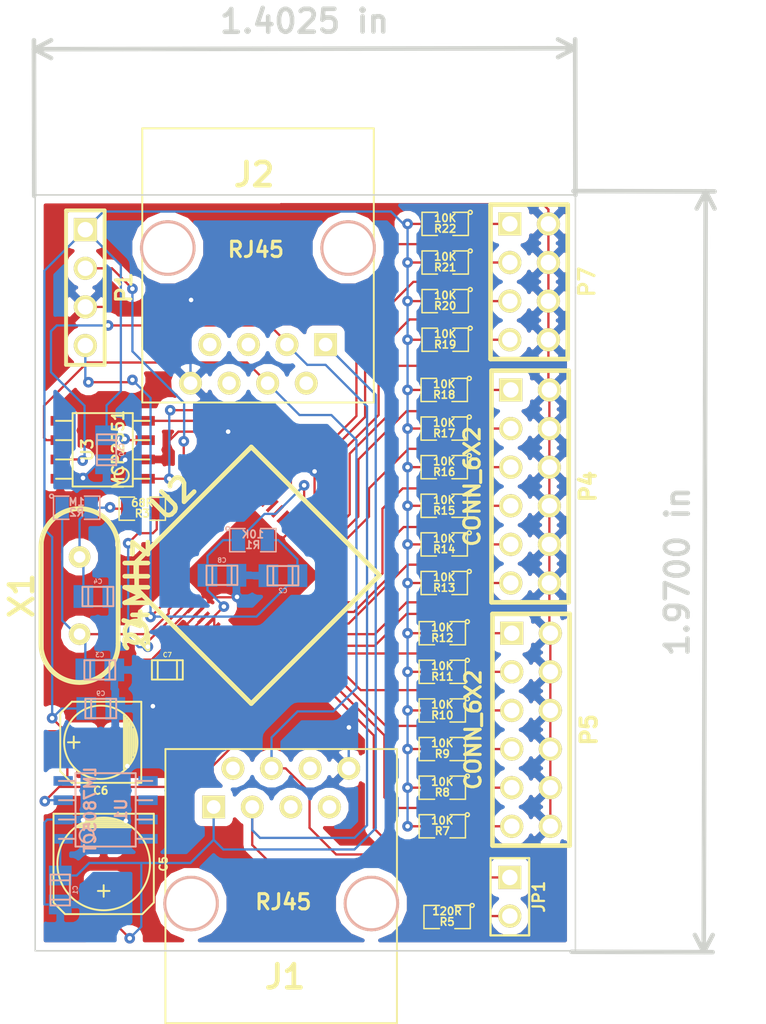
<source format=kicad_pcb>
(kicad_pcb (version 3) (host pcbnew "(2013-05-31 BZR 4019)-stable")
  (layers (15 F.Cu signal) (0 B.Cu signal) (18 B.Paste user) (19 F.Paste user) (20 B.SilkS user) (21 F.SilkS user) (22 B.Mask user) (23 F.Mask user) (28 Edge.Cuts user))
  (net 0 "")
  (net 1 /C0)
  (net 2 /C1)
  (net 3 /C10)
  (net 4 /C11)
  (net 5 /C12)
  (net 6 /C13)
  (net 7 /C14)
  (net 8 /C15)
  (net 9 /C2)
  (net 10 /C3)
  (net 11 /C4)
  (net 12 /C5)
  (net 13 /C6)
  (net 14 /C7)
  (net 15 /C8)
  (net 16 /C9)
  (net 17 /CANH)
  (net 18 /CANL)
  (net 19 /CAN_RX)
  (net 20 /CAN_TX)
  (net 21 /OSCIN)
  (net 22 /OSCOUT)
  (net 23 /RST)
  (net 24 /SWIM)
  (net 25 /V12)
  (net 26 /Vcap)
  (net 27 /Vdd)
  (net 28 GND)
  (net 29 N-0000055)
  (net 30 N-0000057)
  (module so-8 (layer F.Cu) (at 212.09 130.556 90)
    (fp_text reference U3 (at 0 -1.016 90) (layer F.SilkS) (effects (font (size 0.7493 0.7493) (thickness 0.14986))))
    (fp_text value MCP2551 (at 0 1.016 90) (layer F.SilkS) (effects (font (size 0.7493 0.7493) (thickness 0.14986))))
    (pad 1 smd rect (at -1.905 2.794 90) (size 0.635 1.27) (layers F.Cu F.Paste F.Mask) (net 20 /CAN_TX))
    (pad 2 smd rect (at -0.635 2.794 90) (size 0.635 1.27) (layers F.Cu F.Paste F.Mask) (net 28 GND))
    (pad 3 smd rect (at 0.635 2.794 90) (size 0.635 1.27) (layers F.Cu F.Paste F.Mask) (net 27 /Vdd))
    (pad 4 smd rect (at 1.905 2.794 90) (size 0.635 1.27) (layers F.Cu F.Paste F.Mask) (net 19 /CAN_RX))
    (pad 5 smd rect (at 1.905 -2.794 90) (size 0.635 1.27) (layers F.Cu F.Paste F.Mask))
    (pad 6 smd rect (at 0.635 -2.794 90) (size 0.635 1.27) (layers F.Cu F.Paste F.Mask) (net 18 /CANL))
    (pad 7 smd rect (at -0.635 -2.794 90) (size 0.635 1.27) (layers F.Cu F.Paste F.Mask) (net 17 /CANH))
    (pad 8 smd rect (at -1.905 -2.794 90) (size 0.635 1.27) (layers F.Cu F.Paste F.Mask) (net 28 GND))
  )
  (module SM0805 (layer F.Cu) (at 234.569 131.699 180)
    (fp_text reference R16 (at 0 -0.3175 180) (layer F.SilkS) (effects (font (size 0.50038 0.50038) (thickness 0.10922))))
    (fp_text value 10K (at 0 0.381 180) (layer F.SilkS) (effects (font (size 0.50038 0.50038) (thickness 0.10922))))
    (pad 1 smd rect (at -0.9525 0 180) (size 0.889 1.397) (layers F.Cu F.Paste F.Mask) (net 13 /C6))
    (pad 2 smd rect (at 0.9525 0 180) (size 0.889 1.397) (layers F.Cu F.Paste F.Mask) (net 27 /Vdd))
  )
  (module SM0805 (layer F.Cu) (at 234.442 152.781 180)
    (fp_text reference R8 (at 0 -0.3175 180) (layer F.SilkS) (effects (font (size 0.50038 0.50038) (thickness 0.10922))))
    (fp_text value 10K (at 0 0.381 180) (layer F.SilkS) (effects (font (size 0.50038 0.50038) (thickness 0.10922))))
    (pad 1 smd rect (at -0.9525 0 180) (size 0.889 1.397) (layers F.Cu F.Paste F.Mask) (net 7 /C14))
    (pad 2 smd rect (at 0.9525 0 180) (size 0.889 1.397) (layers F.Cu F.Paste F.Mask) (net 27 /Vdd))
  )
  (module SM0805 (layer F.Cu) (at 234.442 155.321 180)
    (fp_text reference R7 (at 0 -0.3175 180) (layer F.SilkS) (effects (font (size 0.50038 0.50038) (thickness 0.10922))))
    (fp_text value 10K (at 0 0.381 180) (layer F.SilkS) (effects (font (size 0.50038 0.50038) (thickness 0.10922))))
    (pad 1 smd rect (at -0.9525 0 180) (size 0.889 1.397) (layers F.Cu F.Paste F.Mask) (net 8 /C15))
    (pad 2 smd rect (at 0.9525 0 180) (size 0.889 1.397) (layers F.Cu F.Paste F.Mask) (net 27 /Vdd))
  )
  (module SM0805 (layer F.Cu) (at 234.442 150.241 180)
    (fp_text reference R9 (at 0 -0.3175 180) (layer F.SilkS) (effects (font (size 0.50038 0.50038) (thickness 0.10922))))
    (fp_text value 10K (at 0 0.381 180) (layer F.SilkS) (effects (font (size 0.50038 0.50038) (thickness 0.10922))))
    (pad 1 smd rect (at -0.9525 0 180) (size 0.889 1.397) (layers F.Cu F.Paste F.Mask) (net 6 /C13))
    (pad 2 smd rect (at 0.9525 0 180) (size 0.889 1.397) (layers F.Cu F.Paste F.Mask) (net 27 /Vdd))
  )
  (module SM0805 (layer F.Cu) (at 234.442 147.701 180)
    (fp_text reference R10 (at 0 -0.3175 180) (layer F.SilkS) (effects (font (size 0.50038 0.50038) (thickness 0.10922))))
    (fp_text value 10K (at 0 0.381 180) (layer F.SilkS) (effects (font (size 0.50038 0.50038) (thickness 0.10922))))
    (pad 1 smd rect (at -0.9525 0 180) (size 0.889 1.397) (layers F.Cu F.Paste F.Mask) (net 5 /C12))
    (pad 2 smd rect (at 0.9525 0 180) (size 0.889 1.397) (layers F.Cu F.Paste F.Mask) (net 27 /Vdd))
  )
  (module SM0805 (layer F.Cu) (at 234.442 145.161 180)
    (fp_text reference R11 (at 0 -0.3175 180) (layer F.SilkS) (effects (font (size 0.50038 0.50038) (thickness 0.10922))))
    (fp_text value 10K (at 0 0.381 180) (layer F.SilkS) (effects (font (size 0.50038 0.50038) (thickness 0.10922))))
    (pad 1 smd rect (at -0.9525 0 180) (size 0.889 1.397) (layers F.Cu F.Paste F.Mask) (net 4 /C11))
    (pad 2 smd rect (at 0.9525 0 180) (size 0.889 1.397) (layers F.Cu F.Paste F.Mask) (net 27 /Vdd))
  )
  (module SM0805 (layer F.Cu) (at 234.7595 161.29 180)
    (fp_text reference R5 (at 0 -0.3175 180) (layer F.SilkS) (effects (font (size 0.50038 0.50038) (thickness 0.10922))))
    (fp_text value 120R (at 0 0.381 180) (layer F.SilkS) (effects (font (size 0.50038 0.50038) (thickness 0.10922))))
    (pad 1 smd rect (at -0.9525 0 180) (size 0.889 1.397) (layers F.Cu F.Paste F.Mask) (net 30 N-0000057))
    (pad 2 smd rect (at 0.9525 0 180) (size 0.889 1.397) (layers F.Cu F.Paste F.Mask) (net 17 /CANH))
  )
  (module SM0805 (layer F.Cu) (at 234.442 142.621 180)
    (fp_text reference R12 (at 0 -0.3175 180) (layer F.SilkS) (effects (font (size 0.50038 0.50038) (thickness 0.10922))))
    (fp_text value 10K (at 0 0.381 180) (layer F.SilkS) (effects (font (size 0.50038 0.50038) (thickness 0.10922))))
    (pad 1 smd rect (at -0.9525 0 180) (size 0.889 1.397) (layers F.Cu F.Paste F.Mask) (net 3 /C10))
    (pad 2 smd rect (at 0.9525 0 180) (size 0.889 1.397) (layers F.Cu F.Paste F.Mask) (net 27 /Vdd))
  )
  (module SM0805 (layer F.Cu) (at 234.569 139.319 180)
    (fp_text reference R13 (at 0 -0.3175 180) (layer F.SilkS) (effects (font (size 0.50038 0.50038) (thickness 0.10922))))
    (fp_text value 10K (at 0 0.381 180) (layer F.SilkS) (effects (font (size 0.50038 0.50038) (thickness 0.10922))))
    (pad 1 smd rect (at -0.9525 0 180) (size 0.889 1.397) (layers F.Cu F.Paste F.Mask) (net 16 /C9))
    (pad 2 smd rect (at 0.9525 0 180) (size 0.889 1.397) (layers F.Cu F.Paste F.Mask) (net 27 /Vdd))
  )
  (module SM0805 (layer F.Cu) (at 234.569 136.779 180)
    (fp_text reference R14 (at 0 -0.3175 180) (layer F.SilkS) (effects (font (size 0.50038 0.50038) (thickness 0.10922))))
    (fp_text value 10K (at 0 0.381 180) (layer F.SilkS) (effects (font (size 0.50038 0.50038) (thickness 0.10922))))
    (pad 1 smd rect (at -0.9525 0 180) (size 0.889 1.397) (layers F.Cu F.Paste F.Mask) (net 15 /C8))
    (pad 2 smd rect (at 0.9525 0 180) (size 0.889 1.397) (layers F.Cu F.Paste F.Mask) (net 27 /Vdd))
  )
  (module SM0805 (layer F.Cu) (at 234.569 134.239 180)
    (fp_text reference R15 (at 0 -0.3175 180) (layer F.SilkS) (effects (font (size 0.50038 0.50038) (thickness 0.10922))))
    (fp_text value 10K (at 0 0.381 180) (layer F.SilkS) (effects (font (size 0.50038 0.50038) (thickness 0.10922))))
    (pad 1 smd rect (at -0.9525 0 180) (size 0.889 1.397) (layers F.Cu F.Paste F.Mask) (net 14 /C7))
    (pad 2 smd rect (at 0.9525 0 180) (size 0.889 1.397) (layers F.Cu F.Paste F.Mask) (net 27 /Vdd))
  )
  (module SM0805 (layer B.Cu) (at 221.9706 136.4996)
    (fp_text reference R1 (at 0 0.3175) (layer B.SilkS) (effects (font (size 0.50038 0.50038) (thickness 0.10922)) (justify mirror)))
    (fp_text value 10K (at 0 -0.381) (layer B.SilkS) (effects (font (size 0.50038 0.50038) (thickness 0.10922)) (justify mirror)))
    (pad 1 smd rect (at -0.9525 0) (size 0.889 1.397) (layers B.Cu B.Paste B.Mask) (net 27 /Vdd))
    (pad 2 smd rect (at 0.9525 0) (size 0.889 1.397) (layers B.Cu B.Paste B.Mask) (net 23 /RST))
  )
  (module SM0805 (layer F.Cu) (at 214.6935 134.4295 180)
    (fp_text reference R3 (at 0 -0.3175 180) (layer F.SilkS) (effects (font (size 0.50038 0.50038) (thickness 0.10922))))
    (fp_text value 68R (at 0 0.381 180) (layer F.SilkS) (effects (font (size 0.50038 0.50038) (thickness 0.10922))))
    (pad 1 smd rect (at -0.9525 0 180) (size 0.889 1.397) (layers F.Cu F.Paste F.Mask) (net 22 /OSCOUT))
    (pad 2 smd rect (at 0.9525 0 180) (size 0.889 1.397) (layers F.Cu F.Paste F.Mask) (net 29 N-0000055))
  )
  (module SM0805 (layer B.Cu) (at 210.3755 134.366)
    (fp_text reference R2 (at 0 0.3175) (layer B.SilkS) (effects (font (size 0.50038 0.50038) (thickness 0.10922)) (justify mirror)))
    (fp_text value 1M (at 0 -0.381) (layer B.SilkS) (effects (font (size 0.50038 0.50038) (thickness 0.10922)) (justify mirror)))
    (pad 1 smd rect (at -0.9525 0) (size 0.889 1.397) (layers B.Cu B.Paste B.Mask) (net 21 /OSCIN))
    (pad 2 smd rect (at 0.9525 0) (size 0.889 1.397) (layers B.Cu B.Paste B.Mask) (net 29 N-0000055))
  )
  (module SM0805 (layer F.Cu) (at 234.569 129.159 180)
    (fp_text reference R17 (at 0 -0.3175 180) (layer F.SilkS) (effects (font (size 0.50038 0.50038) (thickness 0.10922))))
    (fp_text value 10K (at 0 0.381 180) (layer F.SilkS) (effects (font (size 0.50038 0.50038) (thickness 0.10922))))
    (pad 1 smd rect (at -0.9525 0 180) (size 0.889 1.397) (layers F.Cu F.Paste F.Mask) (net 12 /C5))
    (pad 2 smd rect (at 0.9525 0 180) (size 0.889 1.397) (layers F.Cu F.Paste F.Mask) (net 27 /Vdd))
  )
  (module SM0805 (layer F.Cu) (at 234.569 126.619 180)
    (fp_text reference R18 (at 0 -0.3175 180) (layer F.SilkS) (effects (font (size 0.50038 0.50038) (thickness 0.10922))))
    (fp_text value 10K (at 0 0.381 180) (layer F.SilkS) (effects (font (size 0.50038 0.50038) (thickness 0.10922))))
    (pad 1 smd rect (at -0.9525 0 180) (size 0.889 1.397) (layers F.Cu F.Paste F.Mask) (net 11 /C4))
    (pad 2 smd rect (at 0.9525 0 180) (size 0.889 1.397) (layers F.Cu F.Paste F.Mask) (net 27 /Vdd))
  )
  (module SM0805 (layer F.Cu) (at 234.6325 123.317 180)
    (fp_text reference R19 (at 0 -0.3175 180) (layer F.SilkS) (effects (font (size 0.50038 0.50038) (thickness 0.10922))))
    (fp_text value 10K (at 0 0.381 180) (layer F.SilkS) (effects (font (size 0.50038 0.50038) (thickness 0.10922))))
    (pad 1 smd rect (at -0.9525 0 180) (size 0.889 1.397) (layers F.Cu F.Paste F.Mask) (net 10 /C3))
    (pad 2 smd rect (at 0.9525 0 180) (size 0.889 1.397) (layers F.Cu F.Paste F.Mask) (net 27 /Vdd))
  )
  (module SM0805 (layer F.Cu) (at 234.6325 120.777 180)
    (fp_text reference R20 (at 0 -0.3175 180) (layer F.SilkS) (effects (font (size 0.50038 0.50038) (thickness 0.10922))))
    (fp_text value 10K (at 0 0.381 180) (layer F.SilkS) (effects (font (size 0.50038 0.50038) (thickness 0.10922))))
    (pad 1 smd rect (at -0.9525 0 180) (size 0.889 1.397) (layers F.Cu F.Paste F.Mask) (net 9 /C2))
    (pad 2 smd rect (at 0.9525 0 180) (size 0.889 1.397) (layers F.Cu F.Paste F.Mask) (net 27 /Vdd))
  )
  (module SM0805 (layer F.Cu) (at 234.6325 118.237 180)
    (fp_text reference R21 (at 0 -0.3175 180) (layer F.SilkS) (effects (font (size 0.50038 0.50038) (thickness 0.10922))))
    (fp_text value 10K (at 0 0.381 180) (layer F.SilkS) (effects (font (size 0.50038 0.50038) (thickness 0.10922))))
    (pad 1 smd rect (at -0.9525 0 180) (size 0.889 1.397) (layers F.Cu F.Paste F.Mask) (net 2 /C1))
    (pad 2 smd rect (at 0.9525 0 180) (size 0.889 1.397) (layers F.Cu F.Paste F.Mask) (net 27 /Vdd))
  )
  (module SM0805 (layer F.Cu) (at 234.6325 115.697 180)
    (fp_text reference R22 (at 0 -0.3175 180) (layer F.SilkS) (effects (font (size 0.50038 0.50038) (thickness 0.10922))))
    (fp_text value 10K (at 0 0.381 180) (layer F.SilkS) (effects (font (size 0.50038 0.50038) (thickness 0.10922))))
    (pad 1 smd rect (at -0.9525 0 180) (size 0.889 1.397) (layers F.Cu F.Paste F.Mask) (net 1 /C0))
    (pad 2 smd rect (at 0.9525 0 180) (size 0.889 1.397) (layers F.Cu F.Paste F.Mask) (net 27 /Vdd))
  )
  (module PIN_ARRAY_4x1 (layer F.Cu) (at 210.947 119.888 270)
    (fp_text reference P1 (at 0 -2.54 270) (layer F.SilkS) (effects (font (size 1.016 1.016) (thickness 0.2032))))
    (fp_text value SWIM hide)
    (pad 1 thru_hole rect (at -3.81 0 270) (size 1.524 1.524) (drill 1.016) (layers *.Cu *.Mask F.SilkS) (net 27 /Vdd))
    (pad 2 thru_hole circle (at -1.27 0 270) (size 1.524 1.524) (drill 1.016) (layers *.Cu *.Mask F.SilkS) (net 24 /SWIM))
    (pad 3 thru_hole circle (at 1.27 0 270) (size 1.524 1.524) (drill 1.016) (layers *.Cu *.Mask F.SilkS) (net 28 GND))
    (pad 4 thru_hole circle (at 3.81 0 270) (size 1.524 1.524) (drill 1.016) (layers *.Cu *.Mask F.SilkS) (net 23 /RST))
  )
  (module PIN_ARRAY_2X1 (layer F.Cu) (at 238.887 159.9565 270)
    (fp_text reference JP1 (at 0 -1.905 270) (layer F.SilkS) (effects (font (size 0.762 0.762) (thickness 0.1524))))
    (fp_text value JUMPER hide)
    (pad 1 thru_hole rect (at -1.27 0 270) (size 1.524 1.524) (drill 1.016) (layers *.Cu *.Mask F.SilkS) (net 18 /CANL))
    (pad 2 thru_hole circle (at 1.27 0 270) (size 1.524 1.524) (drill 1.016) (layers *.Cu *.Mask F.SilkS) (net 30 N-0000057))
  )
  (module lqfp48 (layer F.Cu) (at 221.869 138.811 45)
    (fp_text reference U2 (at 0 -7.239 45) (layer F.SilkS) (effects (font (size 1.524 1.524) (thickness 0.3048))))
    (fp_text value STM8S208CBT hide)
    (pad 1 smd rect (at -4.19862 -2.74828 45) (size 0.99822 0.21844) (layers F.Cu F.Paste F.Mask) (net 23 /RST))
    (pad 2 smd rect (at -4.19862 -2.2479 45) (size 0.99822 0.21844) (layers F.Cu F.Paste F.Mask) (net 21 /OSCIN))
    (pad 3 smd rect (at -4.19862 -1.74752 45) (size 0.99822 0.21844) (layers F.Cu F.Paste F.Mask) (net 22 /OSCOUT))
    (pad 4 smd rect (at -4.19862 -1.24968 45) (size 0.99822 0.21844) (layers F.Cu F.Paste F.Mask) (net 28 GND))
    (pad 5 smd rect (at -4.19862 -0.7493 45) (size 0.99822 0.21844) (layers F.Cu F.Paste F.Mask) (net 28 GND))
    (pad 6 smd rect (at -4.19862 -0.24892 45) (size 0.99822 0.21844) (layers F.Cu F.Paste F.Mask) (net 26 /Vcap))
    (pad 7 smd rect (at -4.19862 0.24892 45) (size 0.99822 0.21844) (layers F.Cu F.Paste F.Mask) (net 27 /Vdd))
    (pad 8 smd rect (at -4.19862 0.7493 45) (size 0.99822 0.21844) (layers F.Cu F.Paste F.Mask) (net 27 /Vdd))
    (pad 9 smd rect (at -4.19862 1.24968 45) (size 0.99822 0.21844) (layers F.Cu F.Paste F.Mask))
    (pad 10 smd rect (at -4.19862 1.74752 45) (size 0.99822 0.21844) (layers F.Cu F.Paste F.Mask))
    (pad 11 smd rect (at -4.19862 2.2479 45) (size 0.99822 0.21844) (layers F.Cu F.Paste F.Mask))
    (pad 12 smd rect (at -4.19862 2.74828 45) (size 0.99822 0.21844) (layers F.Cu F.Paste F.Mask))
    (pad 13 smd rect (at -2.74828 4.19862 45) (size 0.21844 0.99822) (layers F.Cu F.Paste F.Mask) (net 27 /Vdd))
    (pad 14 smd rect (at -2.2479 4.19862 45) (size 0.21844 0.99822) (layers F.Cu F.Paste F.Mask) (net 28 GND))
    (pad 15 smd rect (at -1.74752 4.19862 45) (size 0.21844 0.99822) (layers F.Cu F.Paste F.Mask) (net 8 /C15))
    (pad 16 smd rect (at -1.24968 4.19862 45) (size 0.21844 0.99822) (layers F.Cu F.Paste F.Mask) (net 7 /C14))
    (pad 17 smd rect (at -0.7493 4.19862 45) (size 0.21844 0.99822) (layers F.Cu F.Paste F.Mask) (net 6 /C13))
    (pad 18 smd rect (at -0.24892 4.19862 45) (size 0.21844 0.99822) (layers F.Cu F.Paste F.Mask) (net 5 /C12))
    (pad 19 smd rect (at 0.24892 4.19862 45) (size 0.21844 0.99822) (layers F.Cu F.Paste F.Mask) (net 4 /C11))
    (pad 20 smd rect (at 0.7493 4.19862 45) (size 0.21844 0.99822) (layers F.Cu F.Paste F.Mask) (net 3 /C10))
    (pad 21 smd rect (at 1.24968 4.19862 45) (size 0.21844 0.99822) (layers F.Cu F.Paste F.Mask) (net 16 /C9))
    (pad 22 smd rect (at 1.74752 4.19862 45) (size 0.21844 0.99822) (layers F.Cu F.Paste F.Mask) (net 15 /C8))
    (pad 23 smd rect (at 2.2479 4.19862 45) (size 0.21844 0.99822) (layers F.Cu F.Paste F.Mask) (net 14 /C7))
    (pad 24 smd rect (at 2.74828 4.19862 45) (size 0.21844 0.99822) (layers F.Cu F.Paste F.Mask) (net 13 /C6))
    (pad 25 smd rect (at 4.19862 2.74828 45) (size 0.99822 0.21844) (layers F.Cu F.Paste F.Mask) (net 12 /C5))
    (pad 26 smd rect (at 4.19862 2.2479 45) (size 0.99822 0.21844) (layers F.Cu F.Paste F.Mask) (net 11 /C4))
    (pad 27 smd rect (at 4.19862 1.74752 45) (size 0.99822 0.21844) (layers F.Cu F.Paste F.Mask) (net 10 /C3))
    (pad 28 smd rect (at 4.19862 1.24968 45) (size 0.99822 0.21844) (layers F.Cu F.Paste F.Mask) (net 9 /C2))
    (pad 29 smd rect (at 4.19862 0.7493 45) (size 0.99822 0.21844) (layers F.Cu F.Paste F.Mask) (net 2 /C1))
    (pad 30 smd rect (at 4.19862 0.24892 45) (size 0.99822 0.21844) (layers F.Cu F.Paste F.Mask) (net 1 /C0))
    (pad 31 smd rect (at 4.19862 -0.24892 45) (size 0.99822 0.21844) (layers F.Cu F.Paste F.Mask) (net 28 GND))
    (pad 32 smd rect (at 4.19862 -0.7493 45) (size 0.99822 0.21844) (layers F.Cu F.Paste F.Mask) (net 27 /Vdd))
    (pad 33 smd rect (at 4.19862 -1.24968 45) (size 0.99822 0.21844) (layers F.Cu F.Paste F.Mask))
    (pad 34 smd rect (at 4.19862 -1.74752 45) (size 0.99822 0.21844) (layers F.Cu F.Paste F.Mask))
    (pad 35 smd rect (at 4.19862 -2.2479 45) (size 0.99822 0.21844) (layers F.Cu F.Paste F.Mask) (net 20 /CAN_TX))
    (pad 36 smd rect (at 4.19862 -2.74828 45) (size 0.99822 0.21844) (layers F.Cu F.Paste F.Mask) (net 19 /CAN_RX))
    (pad 37 smd rect (at 2.74828 -4.19862 45) (size 0.21844 0.99822) (layers F.Cu F.Paste F.Mask))
    (pad 38 smd rect (at 2.2479 -4.19862 45) (size 0.21844 0.99822) (layers F.Cu F.Paste F.Mask))
    (pad 39 smd rect (at 1.74752 -4.19862 45) (size 0.21844 0.99822) (layers F.Cu F.Paste F.Mask))
    (pad 40 smd rect (at 1.24968 -4.19862 45) (size 0.21844 0.99822) (layers F.Cu F.Paste F.Mask))
    (pad 41 smd rect (at 0.7493 -4.19862 45) (size 0.21844 0.99822) (layers F.Cu F.Paste F.Mask))
    (pad 42 smd rect (at 0.24892 -4.19862 45) (size 0.21844 0.99822) (layers F.Cu F.Paste F.Mask) (net 24 /SWIM))
    (pad 43 smd rect (at -0.24892 -4.19862 45) (size 0.21844 0.99822) (layers F.Cu F.Paste F.Mask))
    (pad 44 smd rect (at -0.7493 -4.19862 45) (size 0.21844 0.99822) (layers F.Cu F.Paste F.Mask))
    (pad 45 smd rect (at -1.24968 -4.19862 45) (size 0.21844 0.99822) (layers F.Cu F.Paste F.Mask))
    (pad 46 smd rect (at -1.74752 -4.19862 45) (size 0.21844 0.99822) (layers F.Cu F.Paste F.Mask))
    (pad 47 smd rect (at -2.2479 -4.19862 45) (size 0.21844 0.99822) (layers F.Cu F.Paste F.Mask))
    (pad 48 smd rect (at -2.74828 -4.19862 45) (size 0.21844 0.99822) (layers F.Cu F.Paste F.Mask))
  )
  (module HC-49V (layer F.Cu) (at 210.566 140.1445 90)
    (fp_text reference X1 (at 0 -3.81 90) (layer F.SilkS) (effects (font (size 1.524 1.524) (thickness 0.3048))))
    (fp_text value 24MHz (at 0 3.81 90) (layer F.SilkS) (effects (font (size 1.524 1.524) (thickness 0.3048))))
    (pad 1 thru_hole circle (at -2.54 0 90) (size 1.4224 1.4224) (drill 0.762) (layers *.Cu *.Mask F.SilkS) (net 21 /OSCIN))
    (pad 2 thru_hole circle (at 2.54 0 90) (size 1.4224 1.4224) (drill 0.762) (layers *.Cu *.Mask F.SilkS) (net 29 N-0000055))
  )
  (module c_0805 (layer B.Cu) (at 211.8995 145.034 180)
    (fp_text reference C3 (at 0 0.9906 180) (layer B.SilkS) (effects (font (size 0.29972 0.29972) (thickness 0.06096)) (justify mirror)))
    (fp_text value 22pF hide)
    (pad 1 smd rect (at 0.9525 0 180) (size 1.30048 1.4986) (layers B.Cu B.Paste B.Mask) (net 21 /OSCIN))
    (pad 2 smd rect (at -0.9525 0 180) (size 1.30048 1.4986) (layers B.Cu B.Paste B.Mask) (net 28 GND))
  )
  (module c_0805 (layer B.Cu) (at 211.7725 140.208 180)
    (fp_text reference C4 (at 0 0.9906 180) (layer B.SilkS) (effects (font (size 0.29972 0.29972) (thickness 0.06096)) (justify mirror)))
    (fp_text value 22pF hide)
    (pad 1 smd rect (at 0.9525 0 180) (size 1.30048 1.4986) (layers B.Cu B.Paste B.Mask) (net 29 N-0000055))
    (pad 2 smd rect (at -0.9525 0 180) (size 1.30048 1.4986) (layers B.Cu B.Paste B.Mask) (net 28 GND))
  )
  (module c_0805 (layer B.Cu) (at 209.296 159.512 90)
    (fp_text reference C1 (at 0 0.9906 90) (layer B.SilkS) (effects (font (size 0.29972 0.29972) (thickness 0.06096)) (justify mirror)))
    (fp_text value 100nF hide)
    (pad 1 smd rect (at 0.9525 0 90) (size 1.30048 1.4986) (layers B.Cu B.Paste B.Mask) (net 25 /V12))
    (pad 2 smd rect (at -0.9525 0 90) (size 1.30048 1.4986) (layers B.Cu B.Paste B.Mask) (net 28 GND))
  )
  (module c_0805 (layer B.Cu) (at 219.9386 138.811 180)
    (fp_text reference C8 (at 0 0.9906 180) (layer B.SilkS) (effects (font (size 0.29972 0.29972) (thickness 0.06096)) (justify mirror)))
    (fp_text value 100nF hide)
    (pad 1 smd rect (at 0.9525 0 180) (size 1.30048 1.4986) (layers B.Cu B.Paste B.Mask) (net 27 /Vdd))
    (pad 2 smd rect (at -0.9525 0 180) (size 1.30048 1.4986) (layers B.Cu B.Paste B.Mask) (net 28 GND))
  )
  (module c_0805 (layer B.Cu) (at 223.9518 138.8364)
    (fp_text reference C2 (at 0 0.9906) (layer B.SilkS) (effects (font (size 0.29972 0.29972) (thickness 0.06096)) (justify mirror)))
    (fp_text value 180pF hide)
    (pad 1 smd rect (at 0.9525 0) (size 1.30048 1.4986) (layers B.Cu B.Paste B.Mask) (net 23 /RST))
    (pad 2 smd rect (at -0.9525 0) (size 1.30048 1.4986) (layers B.Cu B.Paste B.Mask) (net 28 GND))
  )
  (module c_0805 (layer F.Cu) (at 216.3445 145.034)
    (fp_text reference C7 (at 0 -0.9906) (layer F.SilkS) (effects (font (size 0.29972 0.29972) (thickness 0.06096))))
    (fp_text value 470nf hide)
    (pad 1 smd rect (at 0.9525 0) (size 1.30048 1.4986) (layers F.Cu F.Paste F.Mask) (net 26 /Vcap))
    (pad 2 smd rect (at -0.9525 0) (size 1.30048 1.4986) (layers F.Cu F.Paste F.Mask) (net 28 GND))
  )
  (module c_0805 (layer B.Cu) (at 211.963 147.574 180)
    (fp_text reference C9 (at 0 0.9906 180) (layer B.SilkS) (effects (font (size 0.29972 0.29972) (thickness 0.06096)) (justify mirror)))
    (fp_text value 100nF hide)
    (pad 1 smd rect (at 0.9525 0 180) (size 1.30048 1.4986) (layers B.Cu B.Paste B.Mask) (net 27 /Vdd))
    (pad 2 smd rect (at -0.9525 0 180) (size 1.30048 1.4986) (layers B.Cu B.Paste B.Mask) (net 28 GND))
  )
  (module c_0805 (layer B.Cu) (at 212.344 130.556 90)
    (fp_text reference C10 (at 0 0.9906 90) (layer B.SilkS) (effects (font (size 0.29972 0.29972) (thickness 0.06096)) (justify mirror)))
    (fp_text value 100nF hide)
    (pad 1 smd rect (at 0.9525 0 90) (size 1.30048 1.4986) (layers B.Cu B.Paste B.Mask) (net 27 /Vdd))
    (pad 2 smd rect (at -0.9525 0 90) (size 1.30048 1.4986) (layers B.Cu B.Paste B.Mask) (net 28 GND))
  )
  (module pin_array_6x2 (layer F.Cu) (at 240.284 148.971 270)
    (fp_text reference P5 (at 0 -3.81 270) (layer F.SilkS) (effects (font (size 1.016 1.016) (thickness 0.27432))))
    (fp_text value CONN_6X2 (at 0 3.81 270) (layer F.SilkS) (effects (font (size 1.016 1.016) (thickness 0.2032))))
    (pad 1 thru_hole rect (at -6.35 1.27 270) (size 1.524 1.524) (drill 1.016) (layers *.Cu *.Mask F.SilkS) (net 3 /C10))
    (pad 2 thru_hole circle (at -6.35 -1.27 270) (size 1.524 1.524) (drill 1.016) (layers *.Cu *.Mask F.SilkS) (net 28 GND))
    (pad 3 thru_hole circle (at -3.81 1.27 270) (size 1.524 1.524) (drill 1.016) (layers *.Cu *.Mask F.SilkS) (net 4 /C11))
    (pad 4 thru_hole circle (at -3.81 -1.27 270) (size 1.524 1.524) (drill 1.016) (layers *.Cu *.Mask F.SilkS) (net 28 GND))
    (pad 5 thru_hole circle (at -1.27 1.27 270) (size 1.524 1.524) (drill 1.016) (layers *.Cu *.Mask F.SilkS) (net 5 /C12))
    (pad 6 thru_hole circle (at -1.27 -1.27 270) (size 1.524 1.524) (drill 1.016) (layers *.Cu *.Mask F.SilkS) (net 28 GND))
    (pad 7 thru_hole circle (at 1.27 1.27 270) (size 1.524 1.524) (drill 1.016) (layers *.Cu *.Mask F.SilkS) (net 6 /C13))
    (pad 8 thru_hole circle (at 1.27 -1.27 270) (size 1.524 1.524) (drill 1.016) (layers *.Cu *.Mask F.SilkS) (net 28 GND))
    (pad 9 thru_hole circle (at 3.81 1.27 270) (size 1.524 1.524) (drill 1.016) (layers *.Cu *.Mask F.SilkS) (net 7 /C14))
    (pad 10 thru_hole circle (at 3.81 -1.27 270) (size 1.524 1.524) (drill 1.016) (layers *.Cu *.Mask F.SilkS) (net 28 GND))
    (pad 11 thru_hole circle (at 6.35 1.27 270) (size 1.524 1.524) (drill 1.016) (layers *.Cu *.Mask F.SilkS) (net 8 /C15))
    (pad 12 thru_hole circle (at 6.35 -1.27 270) (size 1.524 1.524) (drill 1.016) (layers *.Cu *.Mask F.SilkS) (net 28 GND))
  )
  (module pin_array_4x2 (layer F.Cu) (at 240.157 119.507 270)
    (fp_text reference P7 (at 0 -3.81 270) (layer F.SilkS) (effects (font (size 1.016 1.016) (thickness 0.2032))))
    (fp_text value CONN_4X2 hide)
    (pad 1 thru_hole rect (at -3.81 1.27 270) (size 1.524 1.524) (drill 1.016) (layers *.Cu *.Mask F.SilkS) (net 1 /C0))
    (pad 2 thru_hole circle (at -3.81 -1.27 270) (size 1.524 1.524) (drill 1.016) (layers *.Cu *.Mask F.SilkS) (net 28 GND))
    (pad 3 thru_hole circle (at -1.27 1.27 270) (size 1.524 1.524) (drill 1.016) (layers *.Cu *.Mask F.SilkS) (net 2 /C1))
    (pad 4 thru_hole circle (at -1.27 -1.27 270) (size 1.524 1.524) (drill 1.016) (layers *.Cu *.Mask F.SilkS) (net 28 GND))
    (pad 5 thru_hole circle (at 1.27 1.27 270) (size 1.524 1.524) (drill 1.016) (layers *.Cu *.Mask F.SilkS) (net 9 /C2))
    (pad 6 thru_hole circle (at 1.27 -1.27 270) (size 1.524 1.524) (drill 1.016) (layers *.Cu *.Mask F.SilkS) (net 28 GND))
    (pad 7 thru_hole circle (at 3.81 1.27 270) (size 1.524 1.524) (drill 1.016) (layers *.Cu *.Mask F.SilkS) (net 10 /C3))
    (pad 8 thru_hole circle (at 3.81 -1.27 270) (size 1.524 1.524) (drill 1.016) (layers *.Cu *.Mask F.SilkS) (net 28 GND))
  )
  (module pin_array_6x2 (layer F.Cu) (at 240.2205 132.969 270)
    (fp_text reference P4 (at 0 -3.81 270) (layer F.SilkS) (effects (font (size 1.016 1.016) (thickness 0.27432))))
    (fp_text value CONN_6X2 (at 0 3.81 270) (layer F.SilkS) (effects (font (size 1.016 1.016) (thickness 0.2032))))
    (pad 1 thru_hole rect (at -6.35 1.27 270) (size 1.524 1.524) (drill 1.016) (layers *.Cu *.Mask F.SilkS) (net 11 /C4))
    (pad 2 thru_hole circle (at -6.35 -1.27 270) (size 1.524 1.524) (drill 1.016) (layers *.Cu *.Mask F.SilkS) (net 28 GND))
    (pad 3 thru_hole circle (at -3.81 1.27 270) (size 1.524 1.524) (drill 1.016) (layers *.Cu *.Mask F.SilkS) (net 12 /C5))
    (pad 4 thru_hole circle (at -3.81 -1.27 270) (size 1.524 1.524) (drill 1.016) (layers *.Cu *.Mask F.SilkS) (net 28 GND))
    (pad 5 thru_hole circle (at -1.27 1.27 270) (size 1.524 1.524) (drill 1.016) (layers *.Cu *.Mask F.SilkS) (net 13 /C6))
    (pad 6 thru_hole circle (at -1.27 -1.27 270) (size 1.524 1.524) (drill 1.016) (layers *.Cu *.Mask F.SilkS) (net 28 GND))
    (pad 7 thru_hole circle (at 1.27 1.27 270) (size 1.524 1.524) (drill 1.016) (layers *.Cu *.Mask F.SilkS) (net 14 /C7))
    (pad 8 thru_hole circle (at 1.27 -1.27 270) (size 1.524 1.524) (drill 1.016) (layers *.Cu *.Mask F.SilkS) (net 28 GND))
    (pad 9 thru_hole circle (at 3.81 1.27 270) (size 1.524 1.524) (drill 1.016) (layers *.Cu *.Mask F.SilkS) (net 15 /C8))
    (pad 10 thru_hole circle (at 3.81 -1.27 270) (size 1.524 1.524) (drill 1.016) (layers *.Cu *.Mask F.SilkS) (net 28 GND))
    (pad 11 thru_hole circle (at 6.35 1.27 270) (size 1.524 1.524) (drill 1.016) (layers *.Cu *.Mask F.SilkS) (net 16 /C9))
    (pad 12 thru_hole circle (at 6.35 -1.27 270) (size 1.524 1.524) (drill 1.016) (layers *.Cu *.Mask F.SilkS) (net 28 GND))
  )
  (module RJ45_8 (layer F.Cu) (at 223.8375 160.401)
    (fp_text reference J1 (at 0.254 4.826) (layer F.SilkS) (effects (font (size 1.524 1.524) (thickness 0.3048))))
    (fp_text value RJ45 (at 0.14224 -0.1016) (layer F.SilkS) (effects (font (size 1.00076 1.00076) (thickness 0.2032))))
    (pad Hole np_thru_hole circle (at 5.93852 0) (size 3.64998 3.64998) (drill 3.2512) (layers *.Cu *.SilkS *.Mask))
    (pad Hole np_thru_hole circle (at -5.9309 0) (size 3.64998 3.64998) (drill 3.2512) (layers *.Cu *.SilkS *.Mask))
    (pad 1 thru_hole rect (at -4.445 -6.35) (size 1.50114 1.50114) (drill 0.89916) (layers *.Cu *.Mask F.SilkS) (net 25 /V12))
    (pad 2 thru_hole circle (at -3.175 -8.89) (size 1.50114 1.50114) (drill 0.89916) (layers *.Cu *.Mask F.SilkS))
    (pad 3 thru_hole circle (at -1.905 -6.35) (size 1.50114 1.50114) (drill 0.89916) (layers *.Cu *.Mask F.SilkS) (net 17 /CANH))
    (pad 4 thru_hole circle (at -0.635 -8.89) (size 1.50114 1.50114) (drill 0.89916) (layers *.Cu *.Mask F.SilkS) (net 18 /CANL))
    (pad 5 thru_hole circle (at 0.635 -6.35) (size 1.50114 1.50114) (drill 0.89916) (layers *.Cu *.Mask F.SilkS))
    (pad 6 thru_hole circle (at 1.905 -8.89) (size 1.50114 1.50114) (drill 0.89916) (layers *.Cu *.Mask F.SilkS))
    (pad 7 thru_hole circle (at 3.175 -6.35) (size 1.50114 1.50114) (drill 0.89916) (layers *.Cu *.Mask F.SilkS))
    (pad 8 thru_hole circle (at 4.445 -8.89) (size 1.50114 1.50114) (drill 0.89916) (layers *.Cu *.Mask F.SilkS) (net 28 GND))
  )
  (module RJ45_8 (layer F.Cu) (at 222.3135 117.2845 180)
    (fp_text reference J2 (at 0.254 4.826 180) (layer F.SilkS) (effects (font (size 1.524 1.524) (thickness 0.3048))))
    (fp_text value RJ45 (at 0.14224 -0.1016 180) (layer F.SilkS) (effects (font (size 1.00076 1.00076) (thickness 0.2032))))
    (pad Hole np_thru_hole circle (at 5.93852 0 180) (size 3.64998 3.64998) (drill 3.2512) (layers *.Cu *.SilkS *.Mask))
    (pad Hole np_thru_hole circle (at -5.9309 0 180) (size 3.64998 3.64998) (drill 3.2512) (layers *.Cu *.SilkS *.Mask))
    (pad 1 thru_hole rect (at -4.445 -6.35 180) (size 1.50114 1.50114) (drill 0.89916) (layers *.Cu *.Mask F.SilkS) (net 25 /V12))
    (pad 2 thru_hole circle (at -3.175 -8.89 180) (size 1.50114 1.50114) (drill 0.89916) (layers *.Cu *.Mask F.SilkS))
    (pad 3 thru_hole circle (at -1.905 -6.35 180) (size 1.50114 1.50114) (drill 0.89916) (layers *.Cu *.Mask F.SilkS) (net 17 /CANH))
    (pad 4 thru_hole circle (at -0.635 -8.89 180) (size 1.50114 1.50114) (drill 0.89916) (layers *.Cu *.Mask F.SilkS) (net 18 /CANL))
    (pad 5 thru_hole circle (at 0.635 -6.35 180) (size 1.50114 1.50114) (drill 0.89916) (layers *.Cu *.Mask F.SilkS))
    (pad 6 thru_hole circle (at 1.905 -8.89 180) (size 1.50114 1.50114) (drill 0.89916) (layers *.Cu *.Mask F.SilkS))
    (pad 7 thru_hole circle (at 3.175 -6.35 180) (size 1.50114 1.50114) (drill 0.89916) (layers *.Cu *.Mask F.SilkS))
    (pad 8 thru_hole circle (at 4.445 -8.89 180) (size 1.50114 1.50114) (drill 0.89916) (layers *.Cu *.Mask F.SilkS) (net 28 GND))
  )
  (module so-8 (layer B.Cu) (at 212.2805 154.2415 90)
    (fp_text reference U1 (at 0 1.016 90) (layer B.SilkS) (effects (font (size 0.7493 0.7493) (thickness 0.14986)) (justify mirror)))
    (fp_text value LM7805CT (at 0 -1.016 90) (layer B.SilkS) (effects (font (size 0.7493 0.7493) (thickness 0.14986)) (justify mirror)))
    (pad 1 smd rect (at -1.905 -2.794 90) (size 0.635 1.27) (layers B.Cu B.Paste B.Mask) (net 25 /V12))
    (pad 2 smd rect (at -0.635 -2.794 90) (size 0.635 1.27) (layers B.Cu B.Paste B.Mask) (net 28 GND))
    (pad 3 smd rect (at 0.635 -2.794 90) (size 0.635 1.27) (layers B.Cu B.Paste B.Mask) (net 27 /Vdd))
    (pad 4 smd rect (at 1.905 -2.794 90) (size 0.635 1.27) (layers B.Cu B.Paste B.Mask))
    (pad 5 smd rect (at 1.905 2.794 90) (size 0.635 1.27) (layers B.Cu B.Paste B.Mask))
    (pad 6 smd rect (at 0.635 2.794 90) (size 0.635 1.27) (layers B.Cu B.Paste B.Mask))
    (pad 7 smd rect (at -0.635 2.794 90) (size 0.635 1.27) (layers B.Cu B.Paste B.Mask))
    (pad 8 smd rect (at -1.905 2.794 90) (size 0.635 1.27) (layers B.Cu B.Paste B.Mask))
  )
  (module c_elec_6.3x5.8 (layer F.Cu) (at 212.1535 157.7975 270)
    (fp_text reference C5 (at 0 -3.937 270) (layer F.SilkS) (effects (font (size 0.50038 0.50038) (thickness 0.11938))))
    (fp_text value 100uF hide)
    (pad 1 smd rect (at 2.75082 0 270) (size 3.59918 1.6002) (layers F.Cu F.Paste F.Mask) (net 25 /V12))
    (pad 2 smd rect (at -2.75082 0 270) (size 3.59918 1.6002) (layers F.Cu F.Paste F.Mask) (net 28 GND))
  )
  (module c_elec_5x4.5 (layer F.Cu) (at 211.963 149.7965 180)
    (fp_text reference C6 (at 0 -3.175 180) (layer F.SilkS) (effects (font (size 0.50038 0.50038) (thickness 0.11938))))
    (fp_text value 10uF hide)
    (pad 1 smd rect (at 2.19964 0 180) (size 2.99974 1.6002) (layers F.Cu F.Paste F.Mask) (net 27 /Vdd))
    (pad 2 smd rect (at -2.19964 0 180) (size 2.99974 1.6002) (layers F.Cu F.Paste F.Mask) (net 28 GND))
  )
  (gr_line (start 207.645 113.792) (end 207.772 113.792) (angle 90) (layer Edge.Cuts) (width 0.1))
  (gr_line (start 207.645 163.5125) (end 207.645 113.792) (angle 90) (layer Edge.Cuts) (width 0.1))
  (gr_line (start 243.205 163.5125) (end 207.645 163.5125) (angle 90) (layer Edge.Cuts) (width 0.1))
  (gr_line (start 243.205 113.792) (end 243.205 163.5125) (angle 90) (layer Edge.Cuts) (width 0.1))
  (gr_line (start 207.518 113.792) (end 243.205 113.792) (angle 90) (layer Edge.Cuts) (width 0.1))
  (dimension 50.038161 (width 0.3) (layer Edge.Cuts) (gr_text "50.038 mm" (at 253.063938 138.582505 89.85457955) (layer Edge.Cuts) (effects (font (size 1.5 1.5) (thickness 0.3)))) (feature1 (pts (xy 242.951 163.576) (xy 254.350434 163.604931))) (feature2 (pts (xy 243.078 113.538) (xy 254.477434 113.566931))) (crossbar (pts (xy 251.777443 113.560079) (xy 251.650443 163.598079))) (arrow1a (pts (xy 251.650443 163.598079) (xy 251.066884 162.470091))) (arrow1b (pts (xy 251.650443 163.598079) (xy 252.23972 162.473068))) (arrow2a (pts (xy 251.777443 113.560079) (xy 251.188166 114.68509))) (arrow2b (pts (xy 251.777443 113.560079) (xy 252.361002 114.688067))))
  (dimension 35.623557 (width 0.3) (layer Edge.Cuts) (gr_text "35.624 mm" (at 225.373644 102.823707 0.1021314061) (layer Edge.Cuts) (effects (font (size 1.5 1.5) (thickness 0.3)))) (feature1 (pts (xy 207.5815 113.8555) (xy 207.559488 101.50546))) (feature2 (pts (xy 243.205 113.792) (xy 243.182988 101.44196))) (crossbar (pts (xy 243.1878 104.141955) (xy 207.5643 104.205455))) (arrow1a (pts (xy 207.5643 104.205455) (xy 208.689756 103.617028))) (arrow1b (pts (xy 207.5643 104.205455) (xy 208.691847 104.789866))) (arrow2a (pts (xy 243.1878 104.141955) (xy 242.060253 103.557544))) (arrow2b (pts (xy 243.1878 104.141955) (xy 242.062344 104.730382))))
  (segment (start 236.7915 115.697) (end 236.7915 116.459) (width 0.15) (layer F.Cu) (net 1))
  (segment (start 236.7915 116.459) (end 236.22 117.0305) (width 0.15) (layer F.Cu) (net 1))
  (segment (start 238.887 115.697) (end 236.7915 115.697) (width 0.15) (layer F.Cu) (net 1))
  (segment (start 236.7915 115.697) (end 235.585 115.697) (width 0.15) (layer F.Cu) (net 1))
  (segment (start 236.22 117.0305) (end 231.4575 117.0305) (width 0.15) (layer F.Cu) (net 1))
  (segment (start 231.4575 117.0305) (end 230.5685 117.9195) (width 0.15) (layer F.Cu) (net 1))
  (segment (start 230.5685 117.9195) (end 230.5685 120.777) (width 0.15) (layer F.Cu) (net 1))
  (segment (start 230.5685 120.777) (end 228.7905 122.555) (width 0.15) (layer F.Cu) (net 1))
  (segment (start 226.6315 134.400526) (end 225.013886 136.01814) (width 0.15) (layer F.Cu) (net 1))
  (segment (start 226.6315 130.4925) (end 226.6315 134.400526) (width 0.15) (layer F.Cu) (net 1))
  (segment (start 228.7905 128.3335) (end 226.6315 130.4925) (width 0.15) (layer F.Cu) (net 1))
  (segment (start 228.7905 122.555) (end 228.7905 128.3335) (width 0.15) (layer F.Cu) (net 1))
  (segment (start 236.7915 118.237) (end 236.7915 119.0625) (width 0.15) (layer F.Cu) (net 2))
  (segment (start 236.7915 119.0625) (end 236.347 119.507) (width 0.15) (layer F.Cu) (net 2))
  (segment (start 238.887 118.237) (end 236.7915 118.237) (width 0.15) (layer F.Cu) (net 2))
  (segment (start 236.7915 118.237) (end 235.585 118.237) (width 0.15) (layer F.Cu) (net 2))
  (segment (start 236.347 119.507) (end 232.537 119.507) (width 0.15) (layer F.Cu) (net 2))
  (segment (start 232.537 119.507) (end 229.362 122.682) (width 0.15) (layer F.Cu) (net 2))
  (segment (start 229.362 122.682) (end 229.362 128.397) (width 0.15) (layer F.Cu) (net 2))
  (segment (start 227.2665 134.47317) (end 225.367708 136.371962) (width 0.15) (layer F.Cu) (net 2))
  (segment (start 227.2665 130.4925) (end 227.2665 134.47317) (width 0.15) (layer F.Cu) (net 2))
  (segment (start 229.362 128.397) (end 227.2665 130.4925) (width 0.15) (layer F.Cu) (net 2))
  (segment (start 236.728 142.621) (end 236.728 141.7955) (width 0.15) (layer F.Cu) (net 3))
  (segment (start 236.728 141.7955) (end 236.2835 141.351) (width 0.15) (layer F.Cu) (net 3))
  (segment (start 239.014 142.621) (end 236.728 142.621) (width 0.15) (layer F.Cu) (net 3))
  (segment (start 236.728 142.621) (end 235.3945 142.621) (width 0.15) (layer F.Cu) (net 3))
  (segment (start 236.2835 141.351) (end 232.0925 141.351) (width 0.15) (layer F.Cu) (net 3))
  (segment (start 232.0925 141.351) (end 229.997 143.4465) (width 0.15) (layer F.Cu) (net 3))
  (segment (start 227.56417 143.4465) (end 225.367708 141.250038) (width 0.15) (layer F.Cu) (net 3))
  (segment (start 229.997 143.4465) (end 227.56417 143.4465) (width 0.15) (layer F.Cu) (net 3))
  (segment (start 236.728 145.161) (end 236.728 144.3355) (width 0.15) (layer F.Cu) (net 4))
  (segment (start 236.728 144.3355) (end 236.347 143.9545) (width 0.15) (layer F.Cu) (net 4))
  (segment (start 239.014 145.161) (end 236.728 145.161) (width 0.15) (layer F.Cu) (net 4))
  (segment (start 236.728 145.161) (end 235.3945 145.161) (width 0.15) (layer F.Cu) (net 4))
  (segment (start 236.347 143.9545) (end 227.364526 143.9545) (width 0.15) (layer F.Cu) (net 4))
  (segment (start 227.364526 143.9545) (end 225.013886 141.60386) (width 0.15) (layer F.Cu) (net 4))
  (segment (start 236.728 147.701) (end 236.728 146.8755) (width 0.15) (layer F.Cu) (net 5))
  (segment (start 236.728 146.8755) (end 236.22 146.3675) (width 0.15) (layer F.Cu) (net 5))
  (segment (start 239.014 147.701) (end 236.728 147.701) (width 0.15) (layer F.Cu) (net 5))
  (segment (start 236.728 147.701) (end 235.3945 147.701) (width 0.15) (layer F.Cu) (net 5))
  (segment (start 236.22 146.3675) (end 229.073474 146.3675) (width 0.15) (layer F.Cu) (net 5))
  (segment (start 229.073474 146.3675) (end 224.66186 141.955886) (width 0.15) (layer F.Cu) (net 5))
  (segment (start 236.728 150.241) (end 236.728 149.4155) (width 0.15) (layer F.Cu) (net 6))
  (segment (start 236.728 149.4155) (end 236.0295 148.717) (width 0.15) (layer F.Cu) (net 6))
  (segment (start 239.014 150.241) (end 236.728 150.241) (width 0.15) (layer F.Cu) (net 6))
  (segment (start 236.728 150.241) (end 235.3945 150.241) (width 0.15) (layer F.Cu) (net 6))
  (segment (start 230.71533 148.717) (end 224.308038 142.309708) (width 0.15) (layer F.Cu) (net 6))
  (segment (start 236.0295 148.717) (end 230.71533 148.717) (width 0.15) (layer F.Cu) (net 6))
  (segment (start 236.728 152.781) (end 236.728 153.67) (width 0.15) (layer F.Cu) (net 7))
  (segment (start 236.728 153.67) (end 236.2835 154.1145) (width 0.15) (layer F.Cu) (net 7))
  (segment (start 239.014 152.781) (end 236.728 152.781) (width 0.15) (layer F.Cu) (net 7))
  (segment (start 236.728 152.781) (end 235.3945 152.781) (width 0.15) (layer F.Cu) (net 7))
  (segment (start 236.2835 154.1145) (end 231.3305 154.1145) (width 0.15) (layer F.Cu) (net 7))
  (segment (start 231.3305 154.1145) (end 230.632 153.416) (width 0.15) (layer F.Cu) (net 7))
  (segment (start 230.632 149.341315) (end 223.954215 142.66353) (width 0.15) (layer F.Cu) (net 7))
  (segment (start 230.632 153.416) (end 230.632 149.341315) (width 0.15) (layer F.Cu) (net 7))
  (segment (start 236.728 155.321) (end 236.728 156.2735) (width 0.15) (layer F.Cu) (net 8))
  (segment (start 236.728 156.2735) (end 236.2835 156.718) (width 0.15) (layer F.Cu) (net 8))
  (segment (start 239.014 155.321) (end 236.728 155.321) (width 0.15) (layer F.Cu) (net 8))
  (segment (start 236.728 155.321) (end 235.3945 155.321) (width 0.15) (layer F.Cu) (net 8))
  (segment (start 236.2835 156.718) (end 231.2035 156.718) (width 0.15) (layer F.Cu) (net 8))
  (segment (start 231.2035 156.718) (end 229.9335 155.448) (width 0.15) (layer F.Cu) (net 8))
  (segment (start 229.9335 149.346867) (end 223.602189 143.015556) (width 0.15) (layer F.Cu) (net 8))
  (segment (start 229.9335 155.448) (end 229.9335 149.346867) (width 0.15) (layer F.Cu) (net 8))
  (segment (start 227.7745 134.672815) (end 225.72153 136.725785) (width 0.15) (layer F.Cu) (net 9))
  (segment (start 227.7745 130.7465) (end 227.7745 134.672815) (width 0.15) (layer F.Cu) (net 9))
  (segment (start 230.251 128.27) (end 227.7745 130.7465) (width 0.15) (layer F.Cu) (net 9))
  (segment (start 230.251 124.0155) (end 230.251 128.27) (width 0.15) (layer F.Cu) (net 9))
  (segment (start 232.283 121.9835) (end 230.251 124.0155) (width 0.15) (layer F.Cu) (net 9))
  (segment (start 236.7915 120.777) (end 236.7915 121.539) (width 0.15) (layer F.Cu) (net 9))
  (segment (start 238.887 120.777) (end 236.7915 120.777) (width 0.15) (layer F.Cu) (net 9))
  (segment (start 236.7915 120.777) (end 235.585 120.777) (width 0.15) (layer F.Cu) (net 9))
  (segment (start 236.7915 121.539) (end 236.347 121.9835) (width 0.15) (layer F.Cu) (net 9))
  (segment (start 236.347 121.9835) (end 232.283 121.9835) (width 0.15) (layer F.Cu) (net 9))
  (segment (start 228.346 134.805367) (end 226.073556 137.077811) (width 0.15) (layer F.Cu) (net 10))
  (segment (start 228.346 130.81) (end 228.346 134.805367) (width 0.15) (layer F.Cu) (net 10))
  (segment (start 230.759 128.397) (end 228.346 130.81) (width 0.15) (layer F.Cu) (net 10))
  (segment (start 230.759 125.7935) (end 230.759 128.397) (width 0.15) (layer F.Cu) (net 10))
  (segment (start 231.521 125.0315) (end 230.759 125.7935) (width 0.15) (layer F.Cu) (net 10))
  (segment (start 236.7915 123.317) (end 236.7915 124.079) (width 0.15) (layer F.Cu) (net 10))
  (segment (start 238.887 123.317) (end 236.7915 123.317) (width 0.15) (layer F.Cu) (net 10))
  (segment (start 236.7915 123.317) (end 235.585 123.317) (width 0.15) (layer F.Cu) (net 10))
  (segment (start 236.7915 124.079) (end 235.839 125.0315) (width 0.15) (layer F.Cu) (net 10))
  (segment (start 235.839 125.0315) (end 231.521 125.0315) (width 0.15) (layer F.Cu) (net 10))
  (segment (start 236.7915 126.619) (end 236.7915 127.4445) (width 0.15) (layer F.Cu) (net 11))
  (segment (start 236.7915 127.4445) (end 236.22 128.016) (width 0.15) (layer F.Cu) (net 11))
  (segment (start 238.9505 126.619) (end 236.7915 126.619) (width 0.15) (layer F.Cu) (net 11))
  (segment (start 236.7915 126.619) (end 235.5215 126.619) (width 0.15) (layer F.Cu) (net 11))
  (segment (start 236.22 128.016) (end 232.0925 128.016) (width 0.15) (layer F.Cu) (net 11))
  (segment (start 232.0925 128.016) (end 228.9175 131.191) (width 0.15) (layer F.Cu) (net 11))
  (segment (start 228.9175 131.191) (end 228.9175 134.941511) (width 0.15) (layer F.Cu) (net 11))
  (segment (start 228.9175 134.941511) (end 226.427378 137.431633) (width 0.15) (layer F.Cu) (net 11))
  (segment (start 236.7915 129.159) (end 236.7915 129.9845) (width 0.15) (layer F.Cu) (net 12))
  (segment (start 236.7915 129.9845) (end 236.2835 130.4925) (width 0.15) (layer F.Cu) (net 12))
  (segment (start 238.9505 129.159) (end 236.7915 129.159) (width 0.15) (layer F.Cu) (net 12))
  (segment (start 236.7915 129.159) (end 235.5215 129.159) (width 0.15) (layer F.Cu) (net 12))
  (segment (start 236.2835 130.4925) (end 232.2195 130.4925) (width 0.15) (layer F.Cu) (net 12))
  (segment (start 232.2195 130.4925) (end 229.616 133.096) (width 0.15) (layer F.Cu) (net 12))
  (segment (start 229.616 133.096) (end 229.616 134.950655) (width 0.15) (layer F.Cu) (net 12))
  (segment (start 229.616 134.950655) (end 226.7812 137.785455) (width 0.15) (layer F.Cu) (net 12))
  (segment (start 236.728 131.699) (end 236.728 132.461) (width 0.15) (layer F.Cu) (net 13))
  (segment (start 236.728 132.461) (end 236.093 133.096) (width 0.15) (layer F.Cu) (net 13))
  (segment (start 238.9505 131.699) (end 236.728 131.699) (width 0.15) (layer F.Cu) (net 13))
  (segment (start 236.728 131.699) (end 235.5215 131.699) (width 0.15) (layer F.Cu) (net 13))
  (segment (start 227.533655 140.589) (end 226.7812 139.836545) (width 0.15) (layer F.Cu) (net 13))
  (segment (start 228.6 140.589) (end 227.533655 140.589) (width 0.15) (layer F.Cu) (net 13))
  (segment (start 230.505 138.684) (end 228.6 140.589) (width 0.15) (layer F.Cu) (net 13))
  (segment (start 230.505 134.4295) (end 230.505 138.684) (width 0.15) (layer F.Cu) (net 13))
  (segment (start 231.8385 133.096) (end 230.505 134.4295) (width 0.15) (layer F.Cu) (net 13))
  (segment (start 236.093 133.096) (end 231.8385 133.096) (width 0.15) (layer F.Cu) (net 13))
  (segment (start 236.728 134.239) (end 236.728 135.128) (width 0.15) (layer F.Cu) (net 14))
  (segment (start 236.728 135.128) (end 236.22 135.636) (width 0.15) (layer F.Cu) (net 14))
  (segment (start 238.9505 134.239) (end 236.728 134.239) (width 0.15) (layer F.Cu) (net 14))
  (segment (start 236.728 134.239) (end 235.5215 134.239) (width 0.15) (layer F.Cu) (net 14))
  (segment (start 227.461011 141.224) (end 226.427378 140.190367) (width 0.15) (layer F.Cu) (net 14))
  (segment (start 228.620234 141.224) (end 227.461011 141.224) (width 0.15) (layer F.Cu) (net 14))
  (segment (start 231.14 138.704234) (end 228.620234 141.224) (width 0.15) (layer F.Cu) (net 14))
  (segment (start 231.14 136.398) (end 231.14 138.704234) (width 0.15) (layer F.Cu) (net 14))
  (segment (start 231.902 135.636) (end 231.14 136.398) (width 0.15) (layer F.Cu) (net 14))
  (segment (start 236.22 135.636) (end 231.902 135.636) (width 0.15) (layer F.Cu) (net 14))
  (segment (start 236.728 136.779) (end 236.728 137.6045) (width 0.15) (layer F.Cu) (net 15))
  (segment (start 227.515367 141.986) (end 226.073556 140.544189) (width 0.15) (layer F.Cu) (net 15))
  (segment (start 228.2825 141.986) (end 227.515367 141.986) (width 0.15) (layer F.Cu) (net 15))
  (segment (start 232.156 138.1125) (end 228.2825 141.986) (width 0.15) (layer F.Cu) (net 15))
  (segment (start 236.22 138.1125) (end 232.156 138.1125) (width 0.15) (layer F.Cu) (net 15))
  (segment (start 236.728 137.6045) (end 236.22 138.1125) (width 0.15) (layer F.Cu) (net 15))
  (segment (start 238.9505 136.779) (end 236.728 136.779) (width 0.15) (layer F.Cu) (net 15))
  (segment (start 236.728 136.779) (end 235.5215 136.779) (width 0.15) (layer F.Cu) (net 15))
  (segment (start 236.728 139.319) (end 236.728 140.1445) (width 0.15) (layer F.Cu) (net 16))
  (segment (start 227.509815 142.6845) (end 225.72153 140.896215) (width 0.15) (layer F.Cu) (net 16))
  (segment (start 229.997 142.6845) (end 227.509815 142.6845) (width 0.15) (layer F.Cu) (net 16))
  (segment (start 232.0925 140.589) (end 229.997 142.6845) (width 0.15) (layer F.Cu) (net 16))
  (segment (start 236.2835 140.589) (end 232.0925 140.589) (width 0.15) (layer F.Cu) (net 16))
  (segment (start 236.728 140.1445) (end 236.2835 140.589) (width 0.15) (layer F.Cu) (net 16))
  (segment (start 238.9505 139.319) (end 236.728 139.319) (width 0.15) (layer F.Cu) (net 16))
  (segment (start 236.728 139.319) (end 235.5215 139.319) (width 0.15) (layer F.Cu) (net 16))
  (segment (start 233.807 161.29) (end 233.807 158.4198) (width 0.15) (layer F.Cu) (net 17))
  (segment (start 221.9325 156.5529) (end 221.9325 154.051) (width 0.15) (layer F.Cu) (net 17))
  (segment (start 222.9104 157.5308) (end 221.9325 156.5529) (width 0.15) (layer F.Cu) (net 17))
  (segment (start 232.918 157.5308) (end 222.9104 157.5308) (width 0.15) (layer F.Cu) (net 17))
  (segment (start 233.807 158.4198) (end 232.918 157.5308) (width 0.15) (layer F.Cu) (net 17))
  (segment (start 209.296 131.191) (end 210.693 131.191) (width 0.15) (layer F.Cu) (net 17))
  (segment (start 224.2185 123.5075) (end 224.2185 123.6345) (width 0.15) (layer F.Cu) (net 17))
  (segment (start 223.0882 122.3772) (end 224.2185 123.5075) (width 0.15) (layer F.Cu) (net 17))
  (segment (start 212.4456 122.3772) (end 223.0882 122.3772) (width 0.15) (layer F.Cu) (net 17))
  (via (at 212.4456 122.3772) (size 0.7) (layers F.Cu B.Cu) (net 17))
  (segment (start 209.0674 122.3772) (end 212.4456 122.3772) (width 0.15) (layer B.Cu) (net 17))
  (segment (start 208.6864 122.7582) (end 209.0674 122.3772) (width 0.15) (layer B.Cu) (net 17))
  (segment (start 208.6864 125.4506) (end 208.6864 122.7582) (width 0.15) (layer B.Cu) (net 17))
  (segment (start 210.8962 127.6604) (end 208.6864 125.4506) (width 0.15) (layer B.Cu) (net 17))
  (segment (start 210.8962 131.1402) (end 210.8962 127.6604) (width 0.15) (layer B.Cu) (net 17))
  (segment (start 210.7692 131.2672) (end 210.8962 131.1402) (width 0.15) (layer B.Cu) (net 17))
  (via (at 210.7692 131.2672) (size 0.7) (layers F.Cu B.Cu) (net 17))
  (segment (start 210.693 131.191) (end 210.7692 131.2672) (width 0.15) (layer F.Cu) (net 17))
  (segment (start 221.9325 154.051) (end 221.9325 155.575) (width 0.15) (layer B.Cu) (net 17))
  (segment (start 225.552 124.968) (end 224.2185 123.6345) (width 0.15) (layer B.Cu) (net 17))
  (segment (start 226.7585 124.968) (end 225.552 124.968) (width 0.15) (layer B.Cu) (net 17))
  (segment (start 229.489 127.6985) (end 226.7585 124.968) (width 0.15) (layer B.Cu) (net 17))
  (segment (start 229.489 155.2575) (end 229.489 127.6985) (width 0.15) (layer B.Cu) (net 17))
  (segment (start 228.6635 156.083) (end 229.489 155.2575) (width 0.15) (layer B.Cu) (net 17))
  (segment (start 222.4405 156.083) (end 228.6635 156.083) (width 0.15) (layer B.Cu) (net 17))
  (segment (start 221.9325 155.575) (end 222.4405 156.083) (width 0.15) (layer B.Cu) (net 17))
  (segment (start 223.2025 151.511) (end 224.1296 151.511) (width 0.15) (layer F.Cu) (net 18))
  (segment (start 236.6899 158.6865) (end 238.887 158.6865) (width 0.15) (layer F.Cu) (net 18))
  (segment (start 235.1786 157.1752) (end 236.6899 158.6865) (width 0.15) (layer F.Cu) (net 18))
  (segment (start 227.457 157.1752) (end 235.1786 157.1752) (width 0.15) (layer F.Cu) (net 18))
  (segment (start 225.7044 155.4226) (end 227.457 157.1752) (width 0.15) (layer F.Cu) (net 18))
  (segment (start 225.7044 153.0858) (end 225.7044 155.4226) (width 0.15) (layer F.Cu) (net 18))
  (segment (start 224.1296 151.511) (end 225.7044 153.0858) (width 0.15) (layer F.Cu) (net 18))
  (segment (start 209.296 129.921) (end 208.3816 129.921) (width 0.15) (layer F.Cu) (net 18))
  (segment (start 221.5896 124.8156) (end 222.9485 126.1745) (width 0.15) (layer F.Cu) (net 18))
  (segment (start 211.074 124.8156) (end 221.5896 124.8156) (width 0.15) (layer F.Cu) (net 18))
  (segment (start 208.2292 127.6604) (end 211.074 124.8156) (width 0.15) (layer F.Cu) (net 18))
  (segment (start 208.2292 129.7686) (end 208.2292 127.6604) (width 0.15) (layer F.Cu) (net 18))
  (segment (start 208.3816 129.921) (end 208.2292 129.7686) (width 0.15) (layer F.Cu) (net 18))
  (segment (start 223.2025 151.511) (end 223.2025 149.479) (width 0.15) (layer B.Cu) (net 18))
  (segment (start 225.044 128.27) (end 222.9485 126.1745) (width 0.15) (layer B.Cu) (net 18))
  (segment (start 227.1395 128.27) (end 225.044 128.27) (width 0.15) (layer B.Cu) (net 18))
  (segment (start 228.7905 129.921) (end 227.1395 128.27) (width 0.15) (layer B.Cu) (net 18))
  (segment (start 228.7905 146.2405) (end 228.7905 129.921) (width 0.15) (layer B.Cu) (net 18))
  (segment (start 227.2665 147.7645) (end 228.7905 146.2405) (width 0.15) (layer B.Cu) (net 18))
  (segment (start 224.917 147.7645) (end 227.2665 147.7645) (width 0.15) (layer B.Cu) (net 18))
  (segment (start 223.2025 149.479) (end 224.917 147.7645) (width 0.15) (layer B.Cu) (net 18))
  (segment (start 224.155 132.638345) (end 222.894545 133.8988) (width 0.15) (layer F.Cu) (net 19))
  (segment (start 224.155 131.699) (end 224.155 132.638345) (width 0.15) (layer F.Cu) (net 19))
  (segment (start 221.107 128.651) (end 224.155 131.699) (width 0.15) (layer F.Cu) (net 19))
  (segment (start 214.884 128.651) (end 221.107 128.651) (width 0.15) (layer F.Cu) (net 19))
  (segment (start 223.248367 134.252622) (end 223.248367 134.066133) (width 0.15) (layer F.Cu) (net 20))
  (segment (start 223.248367 134.066133) (end 224.4725 132.842) (width 0.15) (layer F.Cu) (net 20))
  (segment (start 224.4725 132.842) (end 224.4725 131.5085) (width 0.15) (layer F.Cu) (net 20))
  (segment (start 216.4715 132.461) (end 214.884 132.461) (width 0.15) (layer F.Cu) (net 20))
  (via (at 216.4715 132.461) (size 0.7) (layers F.Cu B.Cu) (net 20))
  (segment (start 216.4715 128.016) (end 216.4715 132.461) (width 0.15) (layer B.Cu) (net 20))
  (segment (start 216.535 127.9525) (end 216.4715 128.016) (width 0.15) (layer B.Cu) (net 20))
  (via (at 216.535 127.9525) (size 0.7) (layers F.Cu B.Cu) (net 20))
  (segment (start 220.9165 127.9525) (end 216.535 127.9525) (width 0.15) (layer F.Cu) (net 20))
  (segment (start 224.4725 131.5085) (end 220.9165 127.9525) (width 0.15) (layer F.Cu) (net 20))
  (segment (start 210.566 142.6845) (end 215.0745 142.6845) (width 0.15) (layer F.Cu) (net 21))
  (segment (start 216.4334 141.067589) (end 217.310622 140.190367) (width 0.15) (layer F.Cu) (net 21))
  (segment (start 216.4334 141.3256) (end 216.4334 141.067589) (width 0.15) (layer F.Cu) (net 21))
  (segment (start 215.0745 142.6845) (end 216.4334 141.3256) (width 0.15) (layer F.Cu) (net 21))
  (segment (start 210.566 142.6845) (end 210.3247 142.6845) (width 0.15) (layer B.Cu) (net 21))
  (segment (start 209.423 141.7828) (end 209.423 134.366) (width 0.15) (layer B.Cu) (net 21))
  (segment (start 210.3247 142.6845) (end 209.423 141.7828) (width 0.15) (layer B.Cu) (net 21))
  (segment (start 210.947 145.034) (end 210.947 143.0655) (width 0.15) (layer B.Cu) (net 21))
  (segment (start 210.947 143.0655) (end 210.566 142.6845) (width 0.15) (layer B.Cu) (net 21))
  (segment (start 217.664444 140.544189) (end 217.664444 140.577156) (width 0.15) (layer F.Cu) (net 22))
  (segment (start 215.646 135.7884) (end 215.646 134.4295) (width 0.15) (layer F.Cu) (net 22))
  (segment (start 215.392 136.0424) (end 215.646 135.7884) (width 0.15) (layer F.Cu) (net 22))
  (segment (start 214.4268 136.0424) (end 215.392 136.0424) (width 0.15) (layer F.Cu) (net 22))
  (segment (start 213.7664 136.7028) (end 214.4268 136.0424) (width 0.15) (layer F.Cu) (net 22))
  (via (at 213.7664 136.7028) (size 0.7) (layers F.Cu B.Cu) (net 22))
  (segment (start 213.7664 142.8496) (end 213.7664 136.7028) (width 0.15) (layer B.Cu) (net 22))
  (segment (start 214.4522 143.5354) (end 213.7664 142.8496) (width 0.15) (layer B.Cu) (net 22))
  (segment (start 215.0364 143.5354) (end 214.4522 143.5354) (width 0.15) (layer B.Cu) (net 22))
  (segment (start 215.0618 143.51) (end 215.0364 143.5354) (width 0.15) (layer B.Cu) (net 22))
  (via (at 215.0618 143.51) (size 0.7) (layers F.Cu B.Cu) (net 22))
  (segment (start 215.0618 143.1798) (end 215.0618 143.51) (width 0.15) (layer F.Cu) (net 22))
  (segment (start 217.664444 140.577156) (end 215.0618 143.1798) (width 0.15) (layer F.Cu) (net 22))
  (segment (start 215.2396 141.5542) (end 215.2396 127.1524) (width 0.15) (layer B.Cu) (net 23))
  (segment (start 210.947 125.9078) (end 210.947 123.698) (width 0.15) (layer B.Cu) (net 23))
  (segment (start 211.1502 126.111) (end 210.947 125.9078) (width 0.15) (layer B.Cu) (net 23))
  (via (at 211.1502 126.111) (size 0.7) (layers F.Cu B.Cu) (net 23))
  (segment (start 213.8934 126.111) (end 211.1502 126.111) (width 0.15) (layer F.Cu) (net 23))
  (segment (start 214.0458 125.9586) (end 213.8934 126.111) (width 0.15) (layer F.Cu) (net 23))
  (via (at 214.0458 125.9586) (size 0.7) (layers F.Cu B.Cu) (net 23))
  (segment (start 215.2396 127.1524) (end 214.0458 125.9586) (width 0.15) (layer B.Cu) (net 23))
  (segment (start 216.9568 139.836545) (end 216.9568 139.837) (width 0.15) (layer F.Cu) (net 23))
  (segment (start 222.2119 141.5288) (end 224.9043 138.8364) (width 0.15) (layer B.Cu) (net 23))
  (segment (start 215.265 141.5288) (end 222.2119 141.5288) (width 0.15) (layer B.Cu) (net 23))
  (segment (start 215.2396 141.5542) (end 215.265 141.5288) (width 0.15) (layer B.Cu) (net 23))
  (via (at 215.2396 141.5542) (size 0.7) (layers F.Cu B.Cu) (net 23))
  (segment (start 216.9568 139.837) (end 215.2396 141.5542) (width 0.15) (layer F.Cu) (net 23))
  (segment (start 224.9043 138.8364) (end 224.9043 137.7569) (width 0.15) (layer B.Cu) (net 23))
  (segment (start 223.647 136.4996) (end 222.9231 136.4996) (width 0.15) (layer B.Cu) (net 23))
  (segment (start 224.9043 137.7569) (end 223.647 136.4996) (width 0.15) (layer B.Cu) (net 23))
  (segment (start 219.07614 135.666114) (end 219.028914 135.666114) (width 0.15) (layer F.Cu) (net 24))
  (segment (start 212.6996 118.618) (end 210.947 118.618) (width 0.15) (layer F.Cu) (net 24))
  (segment (start 214.0458 119.9642) (end 212.6996 118.618) (width 0.15) (layer F.Cu) (net 24))
  (via (at 214.0458 119.9642) (size 0.7) (layers F.Cu B.Cu) (net 24))
  (segment (start 214.0458 124.079) (end 214.0458 119.9642) (width 0.15) (layer B.Cu) (net 24))
  (segment (start 217.4494 127.4826) (end 214.0458 124.079) (width 0.15) (layer B.Cu) (net 24))
  (segment (start 217.4494 129.9718) (end 217.4494 127.4826) (width 0.15) (layer B.Cu) (net 24))
  (segment (start 217.424 129.9972) (end 217.4494 129.9718) (width 0.15) (layer B.Cu) (net 24))
  (via (at 217.424 129.9972) (size 0.7) (layers F.Cu B.Cu) (net 24))
  (segment (start 217.424 134.0612) (end 217.424 129.9972) (width 0.15) (layer F.Cu) (net 24))
  (segment (start 219.028914 135.666114) (end 217.424 134.0612) (width 0.15) (layer F.Cu) (net 24))
  (segment (start 212.1535 160.54832) (end 212.1535 160.9725) (width 0.15) (layer F.Cu) (net 25))
  (segment (start 214.63 161.925) (end 214.63 157.734) (width 0.15) (layer B.Cu) (net 25))
  (segment (start 213.868 162.687) (end 214.63 161.925) (width 0.15) (layer B.Cu) (net 25))
  (via (at 213.868 162.687) (size 0.7) (layers F.Cu B.Cu) (net 25))
  (segment (start 212.1535 160.9725) (end 213.868 162.687) (width 0.15) (layer F.Cu) (net 25))
  (segment (start 209.296 158.5595) (end 210.3755 158.5595) (width 0.15) (layer B.Cu) (net 25))
  (segment (start 217.8685 157.734) (end 219.3925 156.21) (width 0.15) (layer B.Cu) (net 25))
  (segment (start 211.201 157.734) (end 214.63 157.734) (width 0.15) (layer B.Cu) (net 25))
  (segment (start 214.63 157.734) (end 217.8685 157.734) (width 0.15) (layer B.Cu) (net 25))
  (segment (start 210.3755 158.5595) (end 211.201 157.734) (width 0.15) (layer B.Cu) (net 25))
  (segment (start 209.296 158.5595) (end 209.296 156.337) (width 0.15) (layer B.Cu) (net 25))
  (segment (start 209.296 156.337) (end 209.4865 156.1465) (width 0.15) (layer B.Cu) (net 25))
  (segment (start 219.3925 154.051) (end 219.3925 156.21) (width 0.15) (layer B.Cu) (net 25))
  (segment (start 230.0605 126.9365) (end 226.7585 123.6345) (width 0.15) (layer B.Cu) (net 25))
  (segment (start 219.3925 156.21) (end 220.0275 156.845) (width 0.15) (layer B.Cu) (net 25))
  (segment (start 220.0275 156.845) (end 228.6635 156.845) (width 0.15) (layer B.Cu) (net 25))
  (segment (start 228.6635 156.845) (end 230.0605 155.448) (width 0.15) (layer B.Cu) (net 25))
  (segment (start 230.0605 155.448) (end 230.0605 126.9365) (width 0.15) (layer B.Cu) (net 25))
  (segment (start 218.724114 141.625686) (end 218.724114 141.60386) (width 0.15) (layer F.Cu) (net 26))
  (segment (start 217.297 143.0528) (end 218.724114 141.625686) (width 0.15) (layer F.Cu) (net 26))
  (segment (start 217.297 145.034) (end 217.297 143.0528) (width 0.15) (layer F.Cu) (net 26))
  (segment (start 219.429962 142.309708) (end 219.429962 141.504038) (width 0.15) (layer F.Cu) (net 27))
  (segment (start 218.9861 139.7889) (end 218.9861 138.811) (width 0.15) (layer B.Cu) (net 27))
  (segment (start 220.0656 140.8684) (end 218.9861 139.7889) (width 0.15) (layer B.Cu) (net 27))
  (via (at 220.0656 140.8684) (size 0.7) (layers F.Cu B.Cu) (net 27))
  (segment (start 219.429962 141.504038) (end 220.0656 140.8684) (width 0.15) (layer F.Cu) (net 27))
  (segment (start 208.7626 148.209) (end 208.7626 136.2964) (width 0.15) (layer B.Cu) (net 27))
  (segment (start 208.2546 118.7704) (end 210.947 116.078) (width 0.15) (layer B.Cu) (net 27))
  (segment (start 208.2546 135.7884) (end 208.2546 118.7704) (width 0.15) (layer B.Cu) (net 27))
  (segment (start 208.7626 136.2964) (end 208.2546 135.7884) (width 0.15) (layer B.Cu) (net 27))
  (segment (start 232.156 115.697) (end 231.8766 115.697) (width 0.15) (layer B.Cu) (net 27))
  (segment (start 231.8766 115.697) (end 231.0638 114.8842) (width 0.15) (layer B.Cu) (net 27))
  (segment (start 231.0638 114.8842) (end 212.1408 114.8842) (width 0.15) (layer B.Cu) (net 27))
  (segment (start 212.1408 114.8842) (end 210.947 116.078) (width 0.15) (layer B.Cu) (net 27))
  (segment (start 212.344 129.6035) (end 212.344 127.635) (width 0.15) (layer B.Cu) (net 27))
  (segment (start 213.2838 118.4148) (end 210.947 116.078) (width 0.15) (layer B.Cu) (net 27))
  (segment (start 213.2838 126.6952) (end 213.2838 118.4148) (width 0.15) (layer B.Cu) (net 27))
  (segment (start 212.344 127.635) (end 213.2838 126.6952) (width 0.15) (layer B.Cu) (net 27))
  (segment (start 214.884 129.921) (end 213.614 129.921) (width 0.15) (layer F.Cu) (net 27))
  (segment (start 213.2965 129.6035) (end 212.344 129.6035) (width 0.15) (layer B.Cu) (net 27))
  (segment (start 213.5378 129.8448) (end 213.2965 129.6035) (width 0.15) (layer B.Cu) (net 27))
  (via (at 213.5378 129.8448) (size 0.7) (layers F.Cu B.Cu) (net 27))
  (segment (start 213.614 129.921) (end 213.5378 129.8448) (width 0.15) (layer F.Cu) (net 27))
  (segment (start 224.308038 135.312292) (end 224.326308 135.312292) (width 0.15) (layer F.Cu) (net 27))
  (segment (start 222.7453 134.7724) (end 221.0181 136.4996) (width 0.15) (layer B.Cu) (net 27))
  (segment (start 223.4692 134.7724) (end 222.7453 134.7724) (width 0.15) (layer B.Cu) (net 27))
  (segment (start 225.3488 132.8928) (end 223.4692 134.7724) (width 0.15) (layer B.Cu) (net 27))
  (via (at 225.3488 132.8928) (size 0.7) (layers F.Cu B.Cu) (net 27))
  (segment (start 225.3488 134.2898) (end 225.3488 132.8928) (width 0.15) (layer F.Cu) (net 27))
  (segment (start 224.326308 135.312292) (end 225.3488 134.2898) (width 0.15) (layer F.Cu) (net 27))
  (segment (start 219.07614 141.955886) (end 219.054314 141.955886) (width 0.15) (layer F.Cu) (net 27))
  (segment (start 218.6432 142.367) (end 218.6432 143.1544) (width 0.15) (layer F.Cu) (net 27))
  (segment (start 219.054314 141.955886) (end 218.6432 142.367) (width 0.15) (layer F.Cu) (net 27))
  (segment (start 219.429962 142.309708) (end 219.429962 142.367638) (width 0.15) (layer F.Cu) (net 27))
  (segment (start 218.6432 145.5928) (end 221.4372 148.3868) (width 0.15) (layer F.Cu) (net 27))
  (segment (start 218.6432 143.1544) (end 218.6432 145.5928) (width 0.15) (layer F.Cu) (net 27))
  (segment (start 219.429962 142.367638) (end 218.6432 143.1544) (width 0.15) (layer F.Cu) (net 27))
  (segment (start 222.894545 143.7232) (end 222.9458 143.7232) (width 0.15) (layer F.Cu) (net 27))
  (segment (start 217.0938 152.7302) (end 209.2198 152.7302) (width 0.15) (layer F.Cu) (net 27))
  (segment (start 224.3328 145.4912) (end 221.4372 148.3868) (width 0.15) (layer F.Cu) (net 27))
  (segment (start 221.4372 148.3868) (end 217.0938 152.7302) (width 0.15) (layer F.Cu) (net 27))
  (segment (start 224.3328 145.1102) (end 224.3328 145.4912) (width 0.15) (layer F.Cu) (net 27))
  (segment (start 222.9458 143.7232) (end 224.3328 145.1102) (width 0.15) (layer F.Cu) (net 27))
  (segment (start 221.0181 136.4996) (end 220.0148 136.4996) (width 0.15) (layer B.Cu) (net 27))
  (segment (start 220.0148 136.4996) (end 218.9861 137.5283) (width 0.15) (layer B.Cu) (net 27))
  (segment (start 218.9861 137.5283) (end 218.9861 138.811) (width 0.15) (layer B.Cu) (net 27))
  (segment (start 211.0105 147.574) (end 209.3976 147.574) (width 0.15) (layer B.Cu) (net 27))
  (segment (start 209.76336 149.20976) (end 209.76336 149.7965) (width 0.15) (layer F.Cu) (net 27))
  (segment (start 208.7626 148.209) (end 209.76336 149.20976) (width 0.15) (layer F.Cu) (net 27))
  (via (at 208.7626 148.209) (size 0.7) (layers F.Cu B.Cu) (net 27))
  (segment (start 209.3976 147.574) (end 208.7626 148.209) (width 0.15) (layer B.Cu) (net 27))
  (segment (start 209.4865 153.6065) (end 208.3435 153.6065) (width 0.15) (layer B.Cu) (net 27))
  (segment (start 209.76336 152.18664) (end 209.76336 149.7965) (width 0.15) (layer F.Cu) (net 27))
  (segment (start 208.28 153.67) (end 209.2198 152.7302) (width 0.15) (layer F.Cu) (net 27))
  (segment (start 209.2198 152.7302) (end 209.76336 152.18664) (width 0.15) (layer F.Cu) (net 27))
  (via (at 208.28 153.67) (size 0.7) (layers F.Cu B.Cu) (net 27))
  (segment (start 208.3435 153.6065) (end 208.28 153.67) (width 0.15) (layer B.Cu) (net 27))
  (segment (start 232.156 152.781) (end 232.156 155.321) (width 0.15) (layer B.Cu) (net 27))
  (segment (start 232.156 155.321) (end 233.4895 155.321) (width 0.15) (layer F.Cu) (net 27))
  (via (at 232.156 155.321) (size 0.7) (layers F.Cu B.Cu) (net 27))
  (segment (start 232.156 118.237) (end 232.156 115.697) (width 0.15) (layer B.Cu) (net 27))
  (segment (start 232.156 115.697) (end 233.68 115.697) (width 0.15) (layer F.Cu) (net 27))
  (via (at 232.156 115.697) (size 0.7) (layers F.Cu B.Cu) (net 27))
  (segment (start 232.156 120.777) (end 232.156 118.237) (width 0.15) (layer B.Cu) (net 27))
  (segment (start 232.156 118.237) (end 233.68 118.237) (width 0.15) (layer F.Cu) (net 27))
  (via (at 232.156 118.237) (size 0.7) (layers F.Cu B.Cu) (net 27))
  (segment (start 232.156 123.317) (end 232.156 120.777) (width 0.15) (layer B.Cu) (net 27))
  (segment (start 232.156 120.777) (end 233.68 120.777) (width 0.15) (layer F.Cu) (net 27))
  (via (at 232.156 120.777) (size 0.7) (layers F.Cu B.Cu) (net 27))
  (segment (start 232.156 126.619) (end 232.156 123.317) (width 0.15) (layer B.Cu) (net 27))
  (segment (start 232.156 123.317) (end 233.68 123.317) (width 0.15) (layer F.Cu) (net 27))
  (via (at 232.156 123.317) (size 0.7) (layers F.Cu B.Cu) (net 27))
  (segment (start 232.156 129.159) (end 232.156 126.619) (width 0.15) (layer B.Cu) (net 27))
  (segment (start 232.156 126.619) (end 233.6165 126.619) (width 0.15) (layer F.Cu) (net 27))
  (via (at 232.156 126.619) (size 0.7) (layers F.Cu B.Cu) (net 27))
  (segment (start 232.156 131.699) (end 232.156 129.159) (width 0.15) (layer B.Cu) (net 27))
  (segment (start 232.156 129.159) (end 233.6165 129.159) (width 0.15) (layer F.Cu) (net 27))
  (via (at 232.156 129.159) (size 0.7) (layers F.Cu B.Cu) (net 27))
  (segment (start 232.156 134.239) (end 232.156 131.699) (width 0.15) (layer B.Cu) (net 27))
  (segment (start 232.156 131.699) (end 233.6165 131.699) (width 0.15) (layer F.Cu) (net 27))
  (via (at 232.156 131.699) (size 0.7) (layers F.Cu B.Cu) (net 27))
  (segment (start 232.156 136.779) (end 232.156 134.239) (width 0.15) (layer B.Cu) (net 27))
  (segment (start 232.156 134.239) (end 233.6165 134.239) (width 0.15) (layer F.Cu) (net 27))
  (via (at 232.156 134.239) (size 0.7) (layers F.Cu B.Cu) (net 27))
  (segment (start 232.156 139.319) (end 232.156 136.779) (width 0.15) (layer B.Cu) (net 27))
  (segment (start 232.156 136.779) (end 233.6165 136.779) (width 0.15) (layer F.Cu) (net 27))
  (via (at 232.156 136.779) (size 0.7) (layers F.Cu B.Cu) (net 27))
  (segment (start 232.156 142.621) (end 232.156 139.319) (width 0.15) (layer B.Cu) (net 27))
  (segment (start 232.156 139.319) (end 233.6165 139.319) (width 0.15) (layer F.Cu) (net 27))
  (via (at 232.156 139.319) (size 0.7) (layers F.Cu B.Cu) (net 27))
  (segment (start 232.156 145.161) (end 232.156 142.621) (width 0.15) (layer B.Cu) (net 27))
  (segment (start 232.156 142.621) (end 233.4895 142.621) (width 0.15) (layer F.Cu) (net 27))
  (via (at 232.156 142.621) (size 0.7) (layers F.Cu B.Cu) (net 27))
  (segment (start 232.156 147.701) (end 232.156 145.161) (width 0.15) (layer B.Cu) (net 27))
  (segment (start 232.156 145.161) (end 233.4895 145.161) (width 0.15) (layer F.Cu) (net 27))
  (via (at 232.156 145.161) (size 0.7) (layers F.Cu B.Cu) (net 27))
  (segment (start 232.156 150.241) (end 232.156 147.701) (width 0.15) (layer B.Cu) (net 27))
  (segment (start 232.156 147.701) (end 233.4895 147.701) (width 0.15) (layer F.Cu) (net 27))
  (via (at 232.156 147.701) (size 0.7) (layers F.Cu B.Cu) (net 27))
  (segment (start 232.156 152.781) (end 232.156 150.241) (width 0.15) (layer B.Cu) (net 27))
  (segment (start 232.156 150.241) (end 233.4895 150.241) (width 0.15) (layer F.Cu) (net 27))
  (via (at 232.156 150.241) (size 0.7) (layers F.Cu B.Cu) (net 27))
  (segment (start 232.156 152.781) (end 233.4895 152.781) (width 0.15) (layer F.Cu) (net 27))
  (via (at 232.156 152.781) (size 0.7) (layers F.Cu B.Cu) (net 27))
  (segment (start 241.427 123.317) (end 241.427 126.5555) (width 0.15) (layer F.Cu) (net 28))
  (segment (start 241.427 126.5555) (end 241.4905 126.619) (width 0.15) (layer F.Cu) (net 28))
  (segment (start 241.427 120.777) (end 241.427 123.317) (width 0.15) (layer F.Cu) (net 28))
  (segment (start 241.4905 139.319) (end 241.4905 142.5575) (width 0.15) (layer F.Cu) (net 28))
  (segment (start 241.4905 142.5575) (end 241.554 142.621) (width 0.15) (layer F.Cu) (net 28))
  (segment (start 241.4905 136.779) (end 241.4905 139.319) (width 0.15) (layer F.Cu) (net 28))
  (segment (start 220.9292 140.2334) (end 220.9292 139.398774) (width 0.15) (layer F.Cu) (net 28))
  (segment (start 220.9292 139.398774) (end 224.66186 135.666114) (width 0.15) (layer F.Cu) (net 28))
  (segment (start 213.614 154.9654) (end 216.8652 154.9654) (width 0.15) (layer F.Cu) (net 28))
  (segment (start 221.869 148.8186) (end 228.2952 148.8186) (width 0.15) (layer F.Cu) (net 28))
  (segment (start 217.6526 153.035) (end 221.869 148.8186) (width 0.15) (layer F.Cu) (net 28))
  (segment (start 217.6526 154.178) (end 217.6526 153.035) (width 0.15) (layer F.Cu) (net 28))
  (segment (start 216.8652 154.9654) (end 217.6526 154.178) (width 0.15) (layer F.Cu) (net 28))
  (segment (start 220.8911 138.811) (end 220.8911 140.1953) (width 0.15) (layer B.Cu) (net 28))
  (segment (start 220.8911 140.1953) (end 220.9292 140.2334) (width 0.15) (layer B.Cu) (net 28))
  (segment (start 218.653885 140.2588) (end 218.01647 140.896215) (width 0.15) (layer F.Cu) (net 28))
  (via (at 220.9292 140.2334) (size 0.7) (layers F.Cu B.Cu) (net 28))
  (segment (start 220.9292 140.2334) (end 220.9038 140.2588) (width 0.15) (layer F.Cu) (net 28))
  (segment (start 220.9038 140.2588) (end 218.653885 140.2588) (width 0.15) (layer F.Cu) (net 28))
  (segment (start 214.884 131.191) (end 216.0524 131.191) (width 0.15) (layer F.Cu) (net 28))
  (segment (start 220.4466 129.2606) (end 223.3168 129.2606) (width 0.15) (layer B.Cu) (net 28))
  (segment (start 220.345 129.3622) (end 220.4466 129.2606) (width 0.15) (layer B.Cu) (net 28))
  (via (at 220.345 129.3622) (size 0.7) (layers F.Cu B.Cu) (net 28))
  (segment (start 217.0684 129.3622) (end 220.345 129.3622) (width 0.15) (layer F.Cu) (net 28))
  (segment (start 216.3826 130.048) (end 217.0684 129.3622) (width 0.15) (layer F.Cu) (net 28))
  (segment (start 216.3826 130.8608) (end 216.3826 130.048) (width 0.15) (layer F.Cu) (net 28))
  (segment (start 216.0524 131.191) (end 216.3826 130.8608) (width 0.15) (layer F.Cu) (net 28))
  (segment (start 212.344 131.5085) (end 211.6963 131.5085) (width 0.15) (layer B.Cu) (net 28))
  (segment (start 210.7438 132.461) (end 209.296 132.461) (width 0.15) (layer F.Cu) (net 28))
  (segment (start 210.7946 132.4102) (end 210.7438 132.461) (width 0.15) (layer F.Cu) (net 28))
  (via (at 210.7946 132.4102) (size 0.7) (layers F.Cu B.Cu) (net 28))
  (segment (start 211.6963 131.5085) (end 210.7946 132.4102) (width 0.15) (layer B.Cu) (net 28))
  (segment (start 212.1535 155.04668) (end 213.53272 155.04668) (width 0.15) (layer F.Cu) (net 28))
  (segment (start 214.16264 150.91156) (end 214.16264 149.7965) (width 0.15) (layer F.Cu) (net 28))
  (segment (start 213.7156 151.3586) (end 214.16264 150.91156) (width 0.15) (layer F.Cu) (net 28))
  (via (at 213.7156 151.3586) (size 0.7) (layers F.Cu B.Cu) (net 28))
  (segment (start 213.7156 154.8638) (end 213.7156 151.3586) (width 0.15) (layer B.Cu) (net 28))
  (segment (start 213.614 154.9654) (end 213.7156 154.8638) (width 0.15) (layer B.Cu) (net 28))
  (via (at 213.614 154.9654) (size 0.7) (layers F.Cu B.Cu) (net 28))
  (segment (start 213.53272 155.04668) (end 213.614 154.9654) (width 0.15) (layer F.Cu) (net 28))
  (segment (start 212.1535 155.04668) (end 210.92668 155.04668) (width 0.15) (layer F.Cu) (net 28))
  (segment (start 210.7565 154.8765) (end 209.4865 154.8765) (width 0.15) (layer B.Cu) (net 28))
  (segment (start 210.7946 154.9146) (end 210.7565 154.8765) (width 0.15) (layer B.Cu) (net 28))
  (via (at 210.7946 154.9146) (size 0.7) (layers F.Cu B.Cu) (net 28))
  (segment (start 210.92668 155.04668) (end 210.7946 154.9146) (width 0.15) (layer F.Cu) (net 28))
  (segment (start 209.296 160.4645) (end 208.2673 160.4645) (width 0.15) (layer B.Cu) (net 28))
  (segment (start 208.4451 154.8765) (end 209.4865 154.8765) (width 0.15) (layer B.Cu) (net 28))
  (segment (start 208.2546 155.067) (end 208.4451 154.8765) (width 0.15) (layer B.Cu) (net 28))
  (segment (start 208.2546 160.4518) (end 208.2546 155.067) (width 0.15) (layer B.Cu) (net 28))
  (segment (start 208.2673 160.4645) (end 208.2546 160.4518) (width 0.15) (layer B.Cu) (net 28))
  (segment (start 210.947 121.158) (end 217.4494 121.158) (width 0.15) (layer F.Cu) (net 28))
  (segment (start 217.4494 121.158) (end 217.9066 120.7008) (width 0.15) (layer F.Cu) (net 28))
  (segment (start 241.427 115.697) (end 241.427 114.7572) (width 0.15) (layer F.Cu) (net 28))
  (segment (start 217.8685 120.7389) (end 217.8685 126.1745) (width 0.15) (layer B.Cu) (net 28))
  (segment (start 217.9066 120.7008) (end 217.8685 120.7389) (width 0.15) (layer B.Cu) (net 28))
  (via (at 217.9066 120.7008) (size 0.7) (layers F.Cu B.Cu) (net 28))
  (segment (start 217.9066 120.3198) (end 217.9066 120.7008) (width 0.15) (layer F.Cu) (net 28))
  (segment (start 223.8248 114.4016) (end 217.9066 120.3198) (width 0.15) (layer F.Cu) (net 28))
  (segment (start 241.0714 114.4016) (end 223.8248 114.4016) (width 0.15) (layer F.Cu) (net 28))
  (segment (start 241.427 114.7572) (end 241.0714 114.4016) (width 0.15) (layer F.Cu) (net 28))
  (segment (start 241.554 155.321) (end 241.554 152.781) (width 0.15) (layer F.Cu) (net 28))
  (segment (start 241.554 152.781) (end 241.554 150.241) (width 0.15) (layer F.Cu) (net 28))
  (segment (start 241.554 150.241) (end 241.554 147.701) (width 0.15) (layer F.Cu) (net 28))
  (segment (start 241.554 147.701) (end 241.554 145.161) (width 0.15) (layer F.Cu) (net 28))
  (segment (start 241.554 145.161) (end 241.554 142.621) (width 0.15) (layer F.Cu) (net 28))
  (segment (start 241.4905 136.779) (end 241.4905 134.239) (width 0.15) (layer F.Cu) (net 28))
  (segment (start 241.4905 134.239) (end 241.4905 131.699) (width 0.15) (layer F.Cu) (net 28))
  (segment (start 241.4905 131.699) (end 241.4905 129.159) (width 0.15) (layer F.Cu) (net 28))
  (segment (start 241.4905 129.159) (end 241.4905 126.619) (width 0.15) (layer F.Cu) (net 28))
  (segment (start 241.427 120.777) (end 241.427 118.237) (width 0.15) (layer F.Cu) (net 28))
  (segment (start 241.427 118.237) (end 241.427 115.697) (width 0.15) (layer F.Cu) (net 28))
  (segment (start 214.884 131.191) (end 213.5886 131.191) (width 0.15) (layer F.Cu) (net 28))
  (segment (start 213.2711 131.5085) (end 212.344 131.5085) (width 0.15) (layer B.Cu) (net 28))
  (segment (start 213.5632 131.2164) (end 213.2711 131.5085) (width 0.15) (layer B.Cu) (net 28))
  (via (at 213.5632 131.2164) (size 0.7) (layers F.Cu B.Cu) (net 28))
  (segment (start 213.5886 131.191) (end 213.5632 131.2164) (width 0.15) (layer F.Cu) (net 28))
  (segment (start 228.2825 151.511) (end 228.2825 148.8313) (width 0.15) (layer B.Cu) (net 28))
  (segment (start 228.2825 148.8313) (end 228.2952 148.8186) (width 0.15) (layer B.Cu) (net 28))
  (via (at 228.2952 148.8186) (size 0.7) (layers F.Cu B.Cu) (net 28))
  (segment (start 225.679 145.800011) (end 223.248367 143.369378) (width 0.15) (layer F.Cu) (net 28))
  (segment (start 228.2952 148.8186) (end 225.679 146.2024) (width 0.15) (layer F.Cu) (net 28))
  (segment (start 225.679 146.2024) (end 225.679 145.800011) (width 0.15) (layer F.Cu) (net 28))
  (segment (start 224.66186 135.666114) (end 224.683686 135.666114) (width 0.15) (layer F.Cu) (net 28))
  (segment (start 224.683686 135.666114) (end 226.0346 134.3152) (width 0.15) (layer F.Cu) (net 28))
  (segment (start 226.0346 134.3152) (end 226.0346 131.9784) (width 0.15) (layer F.Cu) (net 28))
  (via (at 226.0346 131.9784) (size 0.7) (layers F.Cu B.Cu) (net 28))
  (segment (start 226.0346 131.9784) (end 223.3168 129.2606) (width 0.15) (layer B.Cu) (net 28))
  (segment (start 223.3168 129.2606) (end 221.5388 127.4826) (width 0.15) (layer B.Cu) (net 28))
  (segment (start 219.1766 127.4826) (end 217.8685 126.1745) (width 0.15) (layer B.Cu) (net 28))
  (segment (start 221.5388 127.4826) (end 219.1766 127.4826) (width 0.15) (layer B.Cu) (net 28))
  (segment (start 222.9993 138.8364) (end 220.9165 138.8364) (width 0.15) (layer B.Cu) (net 28))
  (segment (start 220.9165 138.8364) (end 220.8911 138.811) (width 0.15) (layer B.Cu) (net 28))
  (segment (start 218.01647 140.896215) (end 217.980385 140.896215) (width 0.15) (layer F.Cu) (net 28))
  (segment (start 217.980385 140.896215) (end 216.281 142.5956) (width 0.15) (layer F.Cu) (net 28))
  (segment (start 216.281 142.5956) (end 216.281 143.383) (width 0.15) (layer F.Cu) (net 28))
  (segment (start 218.370292 141.250038) (end 218.370292 141.293708) (width 0.15) (layer F.Cu) (net 28))
  (segment (start 218.370292 141.293708) (end 216.281 143.383) (width 0.15) (layer F.Cu) (net 28))
  (segment (start 216.281 143.383) (end 215.392 144.272) (width 0.15) (layer F.Cu) (net 28))
  (segment (start 215.392 144.272) (end 215.392 145.034) (width 0.15) (layer F.Cu) (net 28))
  (segment (start 212.725 140.208) (end 212.725 144.907) (width 0.15) (layer B.Cu) (net 28))
  (segment (start 212.725 144.907) (end 212.852 145.034) (width 0.15) (layer B.Cu) (net 28))
  (segment (start 212.852 145.034) (end 212.852 147.5105) (width 0.15) (layer B.Cu) (net 28))
  (segment (start 212.852 147.5105) (end 212.9155 147.574) (width 0.15) (layer B.Cu) (net 28))
  (segment (start 214.16264 149.7965) (end 214.16264 148.65096) (width 0.15) (layer F.Cu) (net 28))
  (segment (start 214.16264 148.65096) (end 215.392 147.4216) (width 0.15) (layer F.Cu) (net 28))
  (segment (start 215.392 145.034) (end 215.392 147.4216) (width 0.15) (layer F.Cu) (net 28))
  (segment (start 215.2396 147.574) (end 212.9155 147.574) (width 0.15) (layer B.Cu) (net 28))
  (segment (start 215.392 147.4216) (end 215.2396 147.574) (width 0.15) (layer B.Cu) (net 28))
  (via (at 215.392 147.4216) (size 0.7) (layers F.Cu B.Cu) (net 28))
  (segment (start 213.741 134.4295) (end 212.6615 134.4295) (width 0.15) (layer F.Cu) (net 29))
  (segment (start 212.5472 134.366) (end 211.328 134.366) (width 0.15) (layer B.Cu) (net 29))
  (segment (start 212.5726 134.3406) (end 212.5472 134.366) (width 0.15) (layer B.Cu) (net 29))
  (via (at 212.5726 134.3406) (size 0.7) (layers F.Cu B.Cu) (net 29))
  (segment (start 212.6615 134.4295) (end 212.5726 134.3406) (width 0.15) (layer F.Cu) (net 29))
  (segment (start 210.566 137.6045) (end 210.566 135.128) (width 0.15) (layer B.Cu) (net 29))
  (segment (start 210.566 135.128) (end 211.328 134.366) (width 0.15) (layer B.Cu) (net 29))
  (segment (start 210.82 140.208) (end 210.82 137.8585) (width 0.15) (layer B.Cu) (net 29))
  (segment (start 210.82 137.8585) (end 210.566 137.6045) (width 0.15) (layer B.Cu) (net 29))
  (segment (start 238.887 161.2265) (end 235.7755 161.2265) (width 0.15) (layer F.Cu) (net 30))
  (segment (start 235.7755 161.2265) (end 235.712 161.29) (width 0.15) (layer F.Cu) (net 30))
  (zone (net 28) (net_name GND) (layer F.Cu) (connect_pads (clearance 0.508)) (min_thickness 0.254) (fill (arc_segments 16) (thermal_gap 0.508) (thermal_bridge_width 0.508))
    (polygon (pts (xy 207.9244 114.046) (xy 242.824 114.046) (xy 242.697 163.195) (xy 208.026 163.195) (xy 207.9244 114.046)))
  )
  (zone (net 28) (net_name GND) (layer B.Cu) (connect_pads (clearance 0.508)) (min_thickness 0.254) (fill (arc_segments 16) (thermal_gap 0.508) (thermal_bridge_width 0.508))
    (polygon (pts (xy 242.9256 163.2458) (xy 207.9498 163.2458) (xy 207.9244 114.0714) (xy 242.5954 114.0206)))
  )
)
</source>
